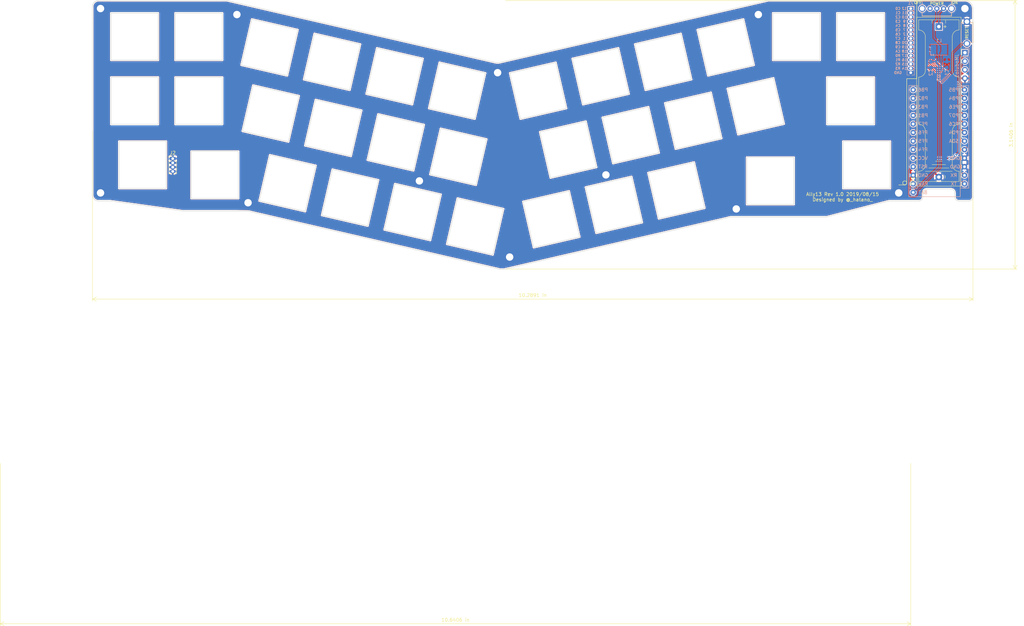
<source format=kicad_pcb>
(kicad_pcb (version 20171130) (host pcbnew "(5.1.2)-2")
  (layers (0 F.Cu signal) (31 B.Cu signal) (34 B.Paste user) (35 F.Paste user) (36 B.SilkS user) (37 F.SilkS user) (38 B.Mask user) (39 F.Mask user) (44 Edge.Cuts user))
  (net 0 "")
  (net 1 R1)
  (net 2 R2)
  (net 3 C1)
  (net 4 C2)
  (net 5 C3)
  (net 6 C4)
  (net 7 C5)
  (net 8 R0)
  (net 9 R3)
  (net 10 C6)
  (net 11 C7)
  (net 12 C8)
  (net 13 C9)
  (net 14 C10)
  (net 15 C0)
  (net 16 GND)
  (net 17 BAT)
  (net 18 RST)
  (net 19 "Net-(BT1-Pad1)")
  (net 20 "Net-(L1-Pad1)")
  (net 21 cell)
  (net 22 SCL)
  (net 23 SDA)
  (net 24 VCC)
  (module cscslib:CPG1511_1350_hole (layer F.Cu) (at 159.057535 65.705349 13)
    (fp_text reference SW20 hide)
    (fp_text value SW_Push hide)
    (fp_line (start -7 -7) (end 7 -7) (layer Edge.Cuts) (width 0.15))
    (fp_line (start 7 -7) (end 7 7) (layer Edge.Cuts) (width 0.15))
    (fp_line (start -7 7) (end 7 7) (layer Edge.Cuts) (width 0.15))
    (fp_line (start -7 -7) (end -7 7) (layer Edge.Cuts) (width 0.15))
  )
  (module cscslib:CPG1511_1350_hole (layer F.Cu) (at 112.882737 84.267198 347)
    (fp_text reference SW29 hide)
    (fp_text value SW_Push hide)
    (fp_line (start -7 -7) (end 7 -7) (layer Edge.Cuts) (width 0.15))
    (fp_line (start 7 -7) (end 7 7) (layer Edge.Cuts) (width 0.15))
    (fp_line (start -7 7) (end 7 7) (layer Edge.Cuts) (width 0.15))
    (fp_line (start -7 -7) (end -7 7) (layer Edge.Cuts) (width 0.15))
  )
  (module cscslib:CPG1511_1350_hole (layer F.Cu) (at 126.448693 67.84779 347)
    (fp_text reference SW18 hide)
    (fp_text value SW_Push hide)
    (fp_line (start -7 -7) (end 7 -7) (layer Edge.Cuts) (width 0.15))
    (fp_line (start 7 -7) (end 7 7) (layer Edge.Cuts) (width 0.15))
    (fp_line (start -7 7) (end 7 7) (layer Edge.Cuts) (width 0.15))
    (fp_line (start -7 -7) (end -7 7) (layer Edge.Cuts) (width 0.15))
  )
  (module cscslib:CPG1511_1350_hole (layer F.Cu) (at 172.623723 82.124457 13)
    (fp_text reference SW32 hide)
    (fp_text value SW_Push hide)
    (fp_line (start -7 -7) (end 7 -7) (layer Edge.Cuts) (width 0.15))
    (fp_line (start 7 -7) (end 7 7) (layer Edge.Cuts) (width 0.15))
    (fp_line (start -7 7) (end 7 7) (layer Edge.Cuts) (width 0.15))
    (fp_line (start -7 -7) (end -7 7) (layer Edge.Cuts) (width 0.15))
  )
  (module cscslib:HOLE_M2 (layer F.Cu) (at 215.503306 25.598459)
    (fp_text reference H6 hide)
    (fp_text value MountingHole hide)
    (pad "" thru_hole circle (at 0 0) (size 2.4 2.4) (drill 2.2) (layers *.Cu *.Mask) (net 16 GND) (clearance 0.8))
  )
  (module cscslib:HOLE_M2 (layer F.Cu) (at 138.112616 42.862536)
    (fp_text reference H5 hide)
    (fp_text value MountingHole hide)
    (pad "" thru_hole circle (at 0 0) (size 2.4 2.4) (drill 2.2) (layers *.Cu *.Mask) (net 16 GND) (clearance 0.8))
  )
  (module cscslib:HOLE_M2 (layer F.Cu) (at 141.684494 97.631332)
    (fp_text reference H10 hide)
    (fp_text value MountingHole hide)
    (pad "" thru_hole circle (at 0 0) (size 2.4 2.4) (drill 2.2) (layers *.Cu *.Mask) (net 16 GND) (clearance 0.8))
  )
  (module cscslib:HOLE_M2 (layer F.Cu) (at 60.721926 25.598459)
    (fp_text reference H4 hide)
    (fp_text value MountingHole hide)
    (pad "" thru_hole circle (at 0 0) (size 2.4 2.4) (drill 2.2) (layers *.Cu *.Mask) (net 16 GND) (clearance 0.8))
  )
  (module cscslib:HOLE_M2 (layer F.Cu) (at 170.259518 73.223499)
    (fp_text reference H2 hide)
    (fp_text value MountingHole hide)
    (pad "" thru_hole circle (at 0 0) (size 2.4 2.4) (drill 2.2) (layers *.Cu *.Mask) (net 16 GND) (clearance 0.8))
  )
  (module cscslib:HOLE_M2 (layer F.Cu) (at 114.895409 75.009438)
    (fp_text reference H1 hide)
    (fp_text value MountingHole hide)
    (pad "" thru_hole circle (at 0 0) (size 2.4 2.4) (drill 2.2) (layers *.Cu *.Mask) (net 16 GND) (clearance 0.8))
  )
  (module cscslib:CPG1511_1350_hole (layer F.Cu) (at 247.650208 70.246934)
    (fp_text reference SW35 hide)
    (fp_text value SW_Push hide)
    (fp_line (start -7 -7) (end 7 -7) (layer Edge.Cuts) (width 0.15))
    (fp_line (start 7 -7) (end 7 7) (layer Edge.Cuts) (width 0.15))
    (fp_line (start -7 7) (end 7 7) (layer Edge.Cuts) (width 0.15))
    (fp_line (start -7 -7) (end -7 7) (layer Edge.Cuts) (width 0.15))
  )
  (module cscslib:CPG1511_1350_hole (layer F.Cu) (at 32.742215 70.246934)
    (fp_text reference SW25 hide)
    (fp_text value SW_Push hide)
    (fp_line (start -7 -7) (end 7 -7) (layer Edge.Cuts) (width 0.15))
    (fp_line (start 7 -7) (end 7 7) (layer Edge.Cuts) (width 0.15))
    (fp_line (start -7 7) (end 7 7) (layer Edge.Cuts) (width 0.15))
    (fp_line (start -7 -7) (end -7 7) (layer Edge.Cuts) (width 0.15))
  )
  (module cscslib:CPG1511_1350_hole (layer F.Cu) (at 219.075184 75.009438)
    (fp_text reference SW34 hide)
    (fp_text value SW_Push hide)
    (fp_line (start -7 -7) (end 7 -7) (layer Edge.Cuts) (width 0.15))
    (fp_line (start 7 -7) (end 7 7) (layer Edge.Cuts) (width 0.15))
    (fp_line (start -7 7) (end 7 7) (layer Edge.Cuts) (width 0.15))
    (fp_line (start -7 -7) (end -7 7) (layer Edge.Cuts) (width 0.15))
  )
  (module cscslib:CPG1511_1350_hole (layer F.Cu) (at 242.887704 51.196918)
    (fp_text reference SW24 hide)
    (fp_text value SW_Push hide)
    (fp_line (start -7 -7) (end 7 -7) (layer Edge.Cuts) (width 0.15))
    (fp_line (start 7 -7) (end 7 7) (layer Edge.Cuts) (width 0.15))
    (fp_line (start -7 7) (end 7 7) (layer Edge.Cuts) (width 0.15))
    (fp_line (start -7 -7) (end -7 7) (layer Edge.Cuts) (width 0.15))
  )
  (module cscslib:CPG1511_1350_hole (layer F.Cu) (at 245.864269 32.146902)
    (fp_text reference SW12 hide)
    (fp_text value SW_Push hide)
    (fp_line (start -7 -7) (end 7 -7) (layer Edge.Cuts) (width 0.15))
    (fp_line (start 7 -7) (end 7 7) (layer Edge.Cuts) (width 0.15))
    (fp_line (start -7 7) (end 7 7) (layer Edge.Cuts) (width 0.15))
    (fp_line (start -7 -7) (end -7 7) (layer Edge.Cuts) (width 0.15))
  )
  (module cscslib:CPG1511_1350_hole (layer F.Cu) (at 154.061673 86.409681 13)
    (fp_text reference SW31 hide)
    (fp_text value SW_Push hide)
    (fp_line (start -7 -7) (end 7 -7) (layer Edge.Cuts) (width 0.15))
    (fp_line (start 7 -7) (end 7 7) (layer Edge.Cuts) (width 0.15))
    (fp_line (start -7 7) (end 7 7) (layer Edge.Cuts) (width 0.15))
    (fp_line (start -7 -7) (end -7 7) (layer Edge.Cuts) (width 0.15))
  )
  (module cscslib:CPG1511_1350_hole (layer F.Cu) (at 131.444246 88.552181 347)
    (fp_text reference SW30 hide)
    (fp_text value SW_Push hide)
    (fp_line (start -7 -7) (end 7 -7) (layer Edge.Cuts) (width 0.15))
    (fp_line (start 7 -7) (end 7 7) (layer Edge.Cuts) (width 0.15))
    (fp_line (start -7 7) (end 7 7) (layer Edge.Cuts) (width 0.15))
    (fp_line (start -7 -7) (end -7 7) (layer Edge.Cuts) (width 0.15))
  )
  (module cscslib:CPG1511_1350_hole (layer F.Cu) (at 94.320972 79.981877 347)
    (fp_text reference SW28 hide)
    (fp_text value SW_Push hide)
    (fp_line (start -7 -7) (end 7 -7) (layer Edge.Cuts) (width 0.15))
    (fp_line (start 7 -7) (end 7 7) (layer Edge.Cuts) (width 0.15))
    (fp_line (start -7 7) (end 7 7) (layer Edge.Cuts) (width 0.15))
    (fp_line (start -7 -7) (end -7 7) (layer Edge.Cuts) (width 0.15))
  )
  (module cscslib:CPG1511_1350_hole (layer F.Cu) (at 75.759207 75.696555 347)
    (fp_text reference SW27 hide)
    (fp_text value SW_Push hide)
    (fp_line (start -7 -7) (end 7 -7) (layer Edge.Cuts) (width 0.15))
    (fp_line (start 7 -7) (end 7 7) (layer Edge.Cuts) (width 0.15))
    (fp_line (start -7 7) (end 7 7) (layer Edge.Cuts) (width 0.15))
    (fp_line (start -7 -7) (end -7 7) (layer Edge.Cuts) (width 0.15))
  )
  (module cscslib:CPG1511_1350_hole (layer F.Cu) (at 107.887176 63.562772 347)
    (fp_text reference SW17 hide)
    (fp_text value SW_Push hide)
    (fp_line (start -7 -7) (end 7 -7) (layer Edge.Cuts) (width 0.15))
    (fp_line (start 7 -7) (end 7 7) (layer Edge.Cuts) (width 0.15))
    (fp_line (start -7 7) (end 7 7) (layer Edge.Cuts) (width 0.15))
    (fp_line (start -7 -7) (end -7 7) (layer Edge.Cuts) (width 0.15))
  )
  (module cscslib:CPG1511_1350_hole (layer F.Cu) (at 89.325411 59.277451 347)
    (fp_text reference SW16 hide)
    (fp_text value SW_Push hide)
    (fp_line (start -7 -7) (end 7 -7) (layer Edge.Cuts) (width 0.15))
    (fp_line (start 7 -7) (end 7 7) (layer Edge.Cuts) (width 0.15))
    (fp_line (start -7 7) (end 7 7) (layer Edge.Cuts) (width 0.15))
    (fp_line (start -7 -7) (end -7 7) (layer Edge.Cuts) (width 0.15))
  )
  (module cscslib:CPG1511_1350_hole (layer F.Cu) (at 70.763645 54.99213 347)
    (fp_text reference SW15 hide)
    (fp_text value SW_Push hide)
    (fp_line (start -7 -7) (end 7 -7) (layer Edge.Cuts) (width 0.15))
    (fp_line (start 7 -7) (end 7 7) (layer Edge.Cuts) (width 0.15))
    (fp_line (start -7 7) (end 7 7) (layer Edge.Cuts) (width 0.15))
    (fp_line (start -7 -7) (end -7 7) (layer Edge.Cuts) (width 0.15))
  )
  (module cscslib:CPG1511_1350_hole (layer F.Cu) (at 126.093821 48.214997 347)
    (fp_text reference SW6 hide)
    (fp_text value SW_Push hide)
    (fp_line (start -7 -7) (end 7 -7) (layer Edge.Cuts) (width 0.15))
    (fp_line (start 7 -7) (end 7 7) (layer Edge.Cuts) (width 0.15))
    (fp_line (start -7 7) (end 7 7) (layer Edge.Cuts) (width 0.15))
    (fp_line (start -7 -7) (end -7 7) (layer Edge.Cuts) (width 0.15))
  )
  (module cscslib:CPG1511_1350_hole (layer F.Cu) (at 107.532055 43.929676 347)
    (fp_text reference SW5 hide)
    (fp_text value SW_Push hide)
    (fp_line (start -7 -7) (end 7 -7) (layer Edge.Cuts) (width 0.15))
    (fp_line (start 7 -7) (end 7 7) (layer Edge.Cuts) (width 0.15))
    (fp_line (start -7 7) (end 7 7) (layer Edge.Cuts) (width 0.15))
    (fp_line (start -7 -7) (end -7 7) (layer Edge.Cuts) (width 0.15))
  )
  (module cscslib:CPG1511_1350_hole (layer F.Cu) (at 88.970291 39.644355 347)
    (fp_text reference SW4 hide)
    (fp_text value SW_Push hide)
    (fp_line (start -7 -7) (end 7 -7) (layer Edge.Cuts) (width 0.15))
    (fp_line (start 7 -7) (end 7 7) (layer Edge.Cuts) (width 0.15))
    (fp_line (start -7 7) (end 7 7) (layer Edge.Cuts) (width 0.15))
    (fp_line (start -7 -7) (end -7 7) (layer Edge.Cuts) (width 0.15))
  )
  (module cscslib:CPG1511_1350_hole (layer F.Cu) (at 70.408525 35.359034 347)
    (fp_text reference SW3 hide)
    (fp_text value SW_Push hide)
    (fp_line (start -7 -7) (end 7 -7) (layer Edge.Cuts) (width 0.15))
    (fp_line (start 7 -7) (end 7 7) (layer Edge.Cuts) (width 0.15))
    (fp_line (start -7 7) (end 7 7) (layer Edge.Cuts) (width 0.15))
    (fp_line (start -7 -7) (end -7 7) (layer Edge.Cuts) (width 0.15))
  )
  (module cscslib:CPG1511_1350_hole (layer F.Cu) (at 187.255136 39.64431 13)
    (fp_text reference SW9 hide)
    (fp_text value SW_Push hide)
    (fp_line (start -7 -7) (end 7 -7) (layer Edge.Cuts) (width 0.15))
    (fp_line (start 7 -7) (end 7 7) (layer Edge.Cuts) (width 0.15))
    (fp_line (start -7 7) (end 7 7) (layer Edge.Cuts) (width 0.15))
    (fp_line (start -7 -7) (end -7 7) (layer Edge.Cuts) (width 0.15))
  )
  (module cscslib:CPG1511_1350_hole (layer F.Cu) (at 191.185457 77.839143 13)
    (fp_text reference SW33 hide)
    (fp_text value SW_Push hide)
    (fp_line (start -7 -7) (end 7 -7) (layer Edge.Cuts) (width 0.15))
    (fp_line (start 7 -7) (end 7 7) (layer Edge.Cuts) (width 0.15))
    (fp_line (start -7 7) (end 7 7) (layer Edge.Cuts) (width 0.15))
    (fp_line (start -7 -7) (end -7 7) (layer Edge.Cuts) (width 0.15))
  )
  (module cscslib:CPG1511_1350_hole (layer F.Cu) (at 214.742737 52.849407 13)
    (fp_text reference SW23 hide)
    (fp_text value SW_Push hide)
    (fp_line (start -7 -7) (end 7 -7) (layer Edge.Cuts) (width 0.15))
    (fp_line (start 7 -7) (end 7 7) (layer Edge.Cuts) (width 0.15))
    (fp_line (start -7 7) (end 7 7) (layer Edge.Cuts) (width 0.15))
    (fp_line (start -7 -7) (end -7 7) (layer Edge.Cuts) (width 0.15))
  )
  (module cscslib:CPG1511_1350_hole (layer F.Cu) (at 196.181006 57.134733 13)
    (fp_text reference SW22 hide)
    (fp_text value SW_Push hide)
    (fp_line (start -7 -7) (end 7 -7) (layer Edge.Cuts) (width 0.15))
    (fp_line (start 7 -7) (end 7 7) (layer Edge.Cuts) (width 0.15))
    (fp_line (start -7 7) (end 7 7) (layer Edge.Cuts) (width 0.15))
    (fp_line (start -7 -7) (end -7 7) (layer Edge.Cuts) (width 0.15))
  )
  (module cscslib:CPG1511_1350_hole (layer F.Cu) (at 177.619272 61.420047 13)
    (fp_text reference SW21 hide)
    (fp_text value SW_Push hide)
    (fp_line (start -7 -7) (end 7 -7) (layer Edge.Cuts) (width 0.15))
    (fp_line (start 7 -7) (end 7 7) (layer Edge.Cuts) (width 0.15))
    (fp_line (start -7 7) (end 7 7) (layer Edge.Cuts) (width 0.15))
    (fp_line (start -7 -7) (end -7 7) (layer Edge.Cuts) (width 0.15))
  )
  (module cscslib:CPG1511_1350_hole (layer F.Cu) (at 205.816902 35.358989 13)
    (fp_text reference SW10 hide)
    (fp_text value SW_Push hide)
    (fp_line (start -7 -7) (end 7 -7) (layer Edge.Cuts) (width 0.15))
    (fp_line (start 7 -7) (end 7 7) (layer Edge.Cuts) (width 0.15))
    (fp_line (start -7 7) (end 7 7) (layer Edge.Cuts) (width 0.15))
    (fp_line (start -7 -7) (end -7 7) (layer Edge.Cuts) (width 0.15))
  )
  (module cscslib:CPG1511_1350_hole (layer F.Cu) (at 168.693371 43.929631 13)
    (fp_text reference SW8 hide)
    (fp_text value SW_Push hide)
    (fp_line (start -7 -7) (end 7 -7) (layer Edge.Cuts) (width 0.15))
    (fp_line (start 7 -7) (end 7 7) (layer Edge.Cuts) (width 0.15))
    (fp_line (start -7 7) (end 7 7) (layer Edge.Cuts) (width 0.15))
    (fp_line (start -7 -7) (end -7 7) (layer Edge.Cuts) (width 0.15))
  )
  (module cscslib:CPG1511_1350_hole (layer F.Cu) (at 150.131606 48.214952 13)
    (fp_text reference SW7 hide)
    (fp_text value SW_Push hide)
    (fp_line (start -7 -7) (end 7 -7) (layer Edge.Cuts) (width 0.15))
    (fp_line (start 7 -7) (end 7 7) (layer Edge.Cuts) (width 0.15))
    (fp_line (start -7 7) (end 7 7) (layer Edge.Cuts) (width 0.15))
    (fp_line (start -7 -7) (end -7 7) (layer Edge.Cuts) (width 0.15))
  )
  (module cscslib:CPG1511_1350_hole (layer F.Cu) (at 226.814253 32.146902)
    (fp_text reference SW11 hide)
    (fp_text value SW_Push hide)
    (fp_line (start -7 -7) (end 7 -7) (layer Edge.Cuts) (width 0.15))
    (fp_line (start 7 -7) (end 7 7) (layer Edge.Cuts) (width 0.15))
    (fp_line (start -7 7) (end 7 7) (layer Edge.Cuts) (width 0.15))
    (fp_line (start -7 -7) (end -7 7) (layer Edge.Cuts) (width 0.15))
  )
  (module cscslib:CPG1511_1350_hole (layer F.Cu) (at 30.360963 51.196918)
    (fp_text reference SW13 hide)
    (fp_text value SW_Push hide)
    (fp_line (start -7 -7) (end 7 -7) (layer Edge.Cuts) (width 0.15))
    (fp_line (start 7 -7) (end 7 7) (layer Edge.Cuts) (width 0.15))
    (fp_line (start -7 7) (end 7 7) (layer Edge.Cuts) (width 0.15))
    (fp_line (start -7 -7) (end -7 7) (layer Edge.Cuts) (width 0.15))
  )
  (module cscslib:CPG1511_1350_hole (layer F.Cu) (at 54.173483 73.223499)
    (fp_text reference SW26 hide)
    (fp_text value SW_Push hide)
    (fp_line (start -7 -7) (end 7 -7) (layer Edge.Cuts) (width 0.15))
    (fp_line (start 7 -7) (end 7 7) (layer Edge.Cuts) (width 0.15))
    (fp_line (start -7 7) (end 7 7) (layer Edge.Cuts) (width 0.15))
    (fp_line (start -7 -7) (end -7 7) (layer Edge.Cuts) (width 0.15))
  )
  (module cscslib:CPG1511_1350_hole (layer F.Cu) (at 49.410979 51.196918)
    (fp_text reference SW14 hide)
    (fp_text value SW_Push hide)
    (fp_line (start -7 -7) (end 7 -7) (layer Edge.Cuts) (width 0.15))
    (fp_line (start 7 -7) (end 7 7) (layer Edge.Cuts) (width 0.15))
    (fp_line (start -7 7) (end 7 7) (layer Edge.Cuts) (width 0.15))
    (fp_line (start -7 -7) (end -7 7) (layer Edge.Cuts) (width 0.15))
  )
  (module cscslib:CPG1511_1350_hole (layer F.Cu) (at 49.410979 32.146902)
    (fp_text reference SW2 hide)
    (fp_text value SW_Push hide)
    (fp_line (start -7 -7) (end 7 -7) (layer Edge.Cuts) (width 0.15))
    (fp_line (start 7 -7) (end 7 7) (layer Edge.Cuts) (width 0.15))
    (fp_line (start -7 7) (end 7 7) (layer Edge.Cuts) (width 0.15))
    (fp_line (start -7 -7) (end -7 7) (layer Edge.Cuts) (width 0.15))
  )
  (module cscslib:CPG1511_1350_hole (layer F.Cu) (at 30.360963 32.146902)
    (fp_text reference SW1 hide)
    (fp_text value SW_Push hide)
    (fp_line (start -7 -7) (end 7 -7) (layer Edge.Cuts) (width 0.15))
    (fp_line (start 7 -7) (end 7 7) (layer Edge.Cuts) (width 0.15))
    (fp_line (start -7 7) (end 7 7) (layer Edge.Cuts) (width 0.15))
    (fp_line (start -7 -7) (end -7 7) (layer Edge.Cuts) (width 0.15))
  )
  (module cscslib:HOLE_M2 (layer F.Cu) (at 20.240642 23.81252)
    (fp_text reference H3 hide)
    (fp_text value MountingHole hide)
    (pad "" thru_hole circle (at 0 0) (size 2.4 2.4) (drill 2.2) (layers *.Cu *.Mask) (net 16 GND) (clearance 0.8))
  )
  (module cscslib:PinHeader_1x04_P1.27mm_Conthrough (layer F.Cu) (at 41.67191 68.381621)
    (fp_text reference J2 (at 0 -1.695) (layer F.SilkS))
    (fp_text value Conn_01x04)
    (pad 4 thru_hole oval (at 0 3.81) (size 1.6 1) (drill 0.8) (layers *.Cu *.Mask) (net 16 GND))
    (pad 3 thru_hole oval (at 0 2.54) (size 1.6 1) (drill 0.8) (layers *.Cu *.Mask) (net 16 GND))
    (pad 2 thru_hole oval (at 0 1.27) (size 1.6 1) (drill 0.8) (layers *.Cu *.Mask) (net 16 GND))
    (pad 1 thru_hole rect (at 0 0) (size 1.6 1) (drill 0.8) (layers *.Cu *.Mask) (net 16 GND))
  )
  (module cscslib:HOLE_M2 (layer F.Cu) (at 20.240642 78.581316)
    (fp_text reference H12 hide)
    (fp_text value MountingHole hide)
    (pad "" thru_hole circle (at 0 0) (size 2.4 2.4) (drill 2.2) (layers *.Cu *.Mask) (net 16 GND) (clearance 0.8))
  )
  (module cscslib:HOLE_M2 (layer F.Cu) (at 64.03327 81.497732)
    (fp_text reference H11 hide)
    (fp_text value MountingHole hide)
    (pad "" thru_hole circle (at 0 0) (size 2.4 2.4) (drill 2.2) (layers *.Cu *.Mask) (net 16 GND) (clearance 0.8))
  )
  (module cscslib:HOLE_M2 (layer F.Cu) (at 208.954863 83.34382)
    (fp_text reference H9 hide)
    (fp_text value MountingHole hide)
    (pad "" thru_hole circle (at 0 0) (size 2.4 2.4) (drill 2.2) (layers *.Cu *.Mask) (net 16 GND) (clearance 0.8))
  )
  (module Connector_PinHeader_2.54mm:PinHeader_1x04_P2.54mm_Vertical (layer B.Cu) (at 276.820545 36.909406 180)
    (fp_text reference JModulo1 (at 2.381252 -3.939249 270) (layer B.SilkS) (effects (justify mirror)))
    (fp_text value Conn_01x04)
    (pad 1 thru_hole rect (at 0 0 180) (size 1.7 1.7) (drill 1) (layers *.Cu *.Mask) (net 24 VCC))
    (pad 2 thru_hole oval (at 0 -2.54 180) (size 1.7 1.7) (drill 1) (layers *.Cu *.Mask) (net 23 SDA))
    (pad 3 thru_hole oval (at 0 -5.08 180) (size 1.7 1.7) (drill 1) (layers *.Cu *.Mask) (net 22 SCL))
    (pad 4 thru_hole oval (at 0 -7.62 180) (size 1.7 1.7) (drill 1) (layers *.Cu *.Mask) (net 16 GND))
  )
  (module cscslib:HOLE_M2 (layer F.Cu) (at 257.174789 78.58124)
    (fp_text reference H8 hide)
    (fp_text value MountingHole hide)
    (pad "" thru_hole circle (at 0 0) (size 2.4 2.4) (drill 2.2) (layers *.Cu *.Mask) (net 16 GND) (clearance 0.8))
  )
  (module cscslib:HOLE_M2 (layer F.Cu) (at 276.820545 23.812536)
    (fp_text reference H7 hide)
    (fp_text value MountingHole hide)
    (pad "" thru_hole circle (at 0 0) (size 2.4 2.4) (drill 2.2) (layers *.Cu *.Mask) (net 16 GND) (clearance 0.8))
  )
  (module cscslib:PinHeader_1x16_P1.27mm_Conthrough (layer B.Cu) (at 260.743389 23.812201 180)
    (fp_text reference J1 (at 0 1.695) (layer B.SilkS) (effects (justify mirror)))
    (fp_text value Conn_01x16)
    (pad 1 thru_hole rect (at 0 0 180) (size 1.6 1) (drill 0.8) (layers *.Cu *.Mask) (net 15 C0))
    (pad 2 thru_hole oval (at 0 -1.27 180) (size 1.6 1) (drill 0.8) (layers *.Cu *.Mask) (net 3 C1))
    (pad 3 thru_hole oval (at 0 -2.54 180) (size 1.6 1) (drill 0.8) (layers *.Cu *.Mask) (net 4 C2))
    (pad 4 thru_hole oval (at 0 -3.81 180) (size 1.6 1) (drill 0.8) (layers *.Cu *.Mask) (net 5 C3))
    (pad 5 thru_hole oval (at 0 -5.08 180) (size 1.6 1) (drill 0.8) (layers *.Cu *.Mask) (net 6 C4))
    (pad 6 thru_hole oval (at 0 -6.35 180) (size 1.6 1) (drill 0.8) (layers *.Cu *.Mask) (net 7 C5))
    (pad 7 thru_hole oval (at 0 -7.62 180) (size 1.6 1) (drill 0.8) (layers *.Cu *.Mask) (net 10 C6))
    (pad 8 thru_hole oval (at 0 -8.89 180) (size 1.6 1) (drill 0.8) (layers *.Cu *.Mask) (net 11 C7))
    (pad 9 thru_hole oval (at 0 -10.16 180) (size 1.6 1) (drill 0.8) (layers *.Cu *.Mask) (net 12 C8))
    (pad 10 thru_hole oval (at 0 -11.43 180) (size 1.6 1) (drill 0.8) (layers *.Cu *.Mask) (net 13 C9))
    (pad 11 thru_hole oval (at 0 -12.7 180) (size 1.6 1) (drill 0.8) (layers *.Cu *.Mask) (net 14 C10))
    (pad 12 thru_hole oval (at 0 -13.97 180) (size 1.6 1) (drill 0.8) (layers *.Cu *.Mask) (net 8 R0))
    (pad 13 thru_hole oval (at 0 -15.24 180) (size 1.6 1) (drill 0.8) (layers *.Cu *.Mask) (net 1 R1))
    (pad 14 thru_hole oval (at 0 -16.51 180) (size 1.6 1) (drill 0.8) (layers *.Cu *.Mask) (net 2 R2))
    (pad 15 thru_hole oval (at 0 -17.78 180) (size 1.6 1) (drill 0.8) (layers *.Cu *.Mask) (net 9 R3))
    (pad 16 thru_hole oval (at 0 -19.05 180) (size 1.6 1) (drill 0.8) (layers *.Cu *.Mask) (net 16 GND))
  )
  (module cscslib:BatteryHolder_Keystone_2466_1xAAA (layer F.Cu) (at 269.080459 29.170344 270)
    (fp_text reference BT1 (at 45.839101 7.739069 270) (layer F.SilkS))
    (fp_text value Battery_Cell)
    (fp_text user + (at 0.000024 -1.786571 90) (layer F.SilkS))
    (fp_text user - (at 44.648499 -1.786571 90) (layer F.SilkS))
    (pad 2 thru_hole circle (at 44.7 0 270) (size 2 2) (drill 1.02) (layers *.Cu *.Mask) (net 16 GND))
    (pad 1 thru_hole rect (at 0 0 270) (size 2 2) (drill 1.02) (layers *.Cu *.Mask) (net 19 "Net-(BT1-Pad1)"))
  )
  (module cscslib:BLEMicroPro-2N (layer B.Cu) (at 269.081029 61.912504)
    (fp_text reference U1 hide)
    (fp_text value BLE-Micro-Pro-2 hide)
    (fp_text user BAT (at -4.699 16.51 180) (layer B.SilkS) (effects (justify mirror)))
    (fp_text user TX (at 4.445 13.97 180) (layer B.SilkS) (effects (justify mirror)))
    (fp_text user RX (at 4.445 11.43 180) (layer B.SilkS) (effects (justify mirror)))
    (fp_text user GND (at 4.826 8.89) (layer B.SilkS) (effects (justify mirror)))
    (fp_text user GND (at 4.826 6.35) (layer B.SilkS) (effects (justify mirror)))
    (fp_text user SDA (at 4.445 1.27 180) (layer B.SilkS) (effects (justify mirror)))
    (fp_text user PD4 (at 4.445 -1.27 180) (layer B.SilkS) (effects (justify mirror)))
    (fp_text user PC6 (at 4.445 -3.81 180) (layer B.SilkS) (effects (justify mirror)))
    (fp_text user PD7 (at 4.445 -6.35 180) (layer B.SilkS) (effects (justify mirror)))
    (fp_text user PE6 (at 4.445 -8.89 180) (layer B.SilkS) (effects (justify mirror)))
    (fp_text user PB4 (at 4.445 -11.43 180) (layer B.SilkS) (effects (justify mirror)))
    (fp_text user PB5 (at 4.445 -13.97 180) (layer B.SilkS) (effects (justify mirror)))
    (fp_text user RAW (at -4.699 13.97 180) (layer B.SilkS) (effects (justify mirror)))
    (fp_text user GND (at -4.699 11.43 180) (layer B.SilkS) (effects (justify mirror)))
    (fp_text user VCC (at -4.699 6.35 180) (layer B.SilkS) (effects (justify mirror)))
    (fp_text user PF4 (at -4.699 3.81 180) (layer B.SilkS) (effects (justify mirror)))
    (fp_text user PF5 (at -4.699 1.27 180) (layer B.SilkS) (effects (justify mirror)))
    (fp_text user PF6 (at -4.699 -1.27 180) (layer B.SilkS) (effects (justify mirror)))
    (fp_text user PB1 (at -4.699 -6.35 180) (layer B.SilkS) (effects (justify mirror)))
    (fp_text user PB3 (at -4.699 -8.89 180) (layer B.SilkS) (effects (justify mirror)))
    (fp_text user PB2 (at -4.699 -11.43 180) (layer B.SilkS) (effects (justify mirror)))
    (fp_text user PB6 (at -4.699 -13.97 180) (layer B.SilkS) (effects (justify mirror)))
    (fp_text user RST (at -4.699 8.89 180) (layer B.SilkS) (effects (justify mirror)))
    (fp_text user PF7 (at -4.699 -3.81 180) (layer B.SilkS) (effects (justify mirror)))
    (pad 25 thru_hole circle (at -7.62 16.51 180) (size 1.6 1.6) (drill 0.8) (layers *.Cu *.Mask) (net 17 BAT))
    (pad 24 thru_hole circle (at -7.62 13.97 180) (size 1.6 1.6) (drill 0.8) (layers *.Cu *.Mask))
    (pad 23 thru_hole circle (at -7.62 11.43 180) (size 1.6 1.6) (drill 0.8) (layers *.Cu *.Mask) (net 16 GND))
    (pad 22 thru_hole circle (at -7.62 8.89 180) (size 1.6 1.6) (drill 0.8) (layers *.Cu *.Mask) (net 18 RST))
    (pad 21 thru_hole circle (at -7.62 6.35 180) (size 1.6 1.6) (drill 0.8) (layers *.Cu *.Mask) (net 24 VCC))
    (pad 20 thru_hole circle (at -7.62 3.81 180) (size 1.6 1.6) (drill 0.8) (layers *.Cu *.Mask) (net 12 C8))
    (pad 19 thru_hole circle (at -7.62 1.27 180) (size 1.6 1.6) (drill 0.8) (layers *.Cu *.Mask) (net 13 C9))
    (pad 18 thru_hole circle (at -7.62 -1.27 180) (size 1.6 1.6) (drill 0.8) (layers *.Cu *.Mask) (net 14 C10))
    (pad 17 thru_hole circle (at -7.62 -3.81 180) (size 1.6 1.6) (drill 0.8) (layers *.Cu *.Mask) (net 8 R0))
    (pad 16 thru_hole circle (at -7.62 -6.35 180) (size 1.6 1.6) (drill 0.8) (layers *.Cu *.Mask) (net 1 R1))
    (pad 15 thru_hole circle (at -7.62 -8.89 180) (size 1.6 1.6) (drill 0.8) (layers *.Cu *.Mask) (net 2 R2))
    (pad 14 thru_hole circle (at -7.62 -11.43 180) (size 1.6 1.6) (drill 0.8) (layers *.Cu *.Mask) (net 9 R3))
    (pad 13 thru_hole circle (at -7.62 -13.97 180) (size 1.6 1.6) (drill 0.8) (layers *.Cu *.Mask))
    (pad 12 thru_hole circle (at 7.62 -13.97 180) (size 1.6 1.6) (drill 0.8) (layers *.Cu *.Mask) (net 15 C0))
    (pad 11 thru_hole circle (at 7.62 -11.43 180) (size 1.6 1.6) (drill 0.8) (layers *.Cu *.Mask) (net 3 C1))
    (pad 10 thru_hole circle (at 7.62 -8.89 180) (size 1.6 1.6) (drill 0.8) (layers *.Cu *.Mask) (net 4 C2))
    (pad 9 thru_hole circle (at 7.62 -6.35 180) (size 1.6 1.6) (drill 0.8) (layers *.Cu *.Mask) (net 5 C3))
    (pad 8 thru_hole circle (at 7.62 -3.81 180) (size 1.6 1.6) (drill 0.8) (layers *.Cu *.Mask) (net 6 C4))
    (pad 7 thru_hole circle (at 7.62 -1.27 180) (size 1.6 1.6) (drill 0.8) (layers *.Cu *.Mask) (net 7 C5))
    (pad 6 thru_hole circle (at 7.62 1.27 180) (size 1.6 1.6) (drill 0.8) (layers *.Cu *.Mask) (net 23 SDA))
    (pad 5 thru_hole circle (at 7.62 3.81 180) (size 1.6 1.6) (drill 0.8) (layers *.Cu *.Mask) (net 22 SCL))
    (pad 4 thru_hole circle (at 7.62 6.35 180) (size 1.6 1.6) (drill 0.8) (layers *.Cu *.Mask) (net 16 GND))
    (pad 3 thru_hole circle (at 7.62 8.89 180) (size 1.6 1.6) (drill 0.8) (layers *.Cu *.Mask) (net 16 GND))
    (pad 2 thru_hole circle (at 7.62 11.43 180) (size 1.6 1.6) (drill 0.8) (layers *.Cu *.Mask) (net 10 C6))
    (pad 1 thru_hole circle (at 7.62 13.97 180) (size 1.6 1.6) (drill 0.8) (layers *.Cu *.Mask) (net 11 C7))
  )
  (module Package_TO_SOT_SMD:SOT-363_SC-70-6_Handsoldering (layer B.Cu) (at 269.080495 40.481014 90)
    (fp_text reference U2 (at -3.96874 0 270) (layer B.SilkS) (effects (justify mirror)))
    (fp_text value TPS61221)
    (pad 6 smd rect (at 1.33 0.65 90) (size 1.5 0.4) (layers B.Cu B.Paste B.Mask) (net 21 cell))
    (pad 5 smd rect (at 1.33 0 90) (size 1.5 0.4) (layers B.Cu B.Paste B.Mask) (net 20 "Net-(L1-Pad1)"))
    (pad 4 smd rect (at 1.33 -0.65 90) (size 1.5 0.4) (layers B.Cu B.Paste B.Mask) (net 17 BAT))
    (pad 3 smd rect (at -1.33 -0.65 90) (size 1.5 0.4) (layers B.Cu B.Paste B.Mask) (net 16 GND))
    (pad 2 smd rect (at -1.33 0 90) (size 1.5 0.4) (layers B.Cu B.Paste B.Mask) (net 17 BAT))
    (pad 1 smd rect (at -1.33 0.65 90) (size 1.5 0.4) (layers B.Cu B.Paste B.Mask) (net 21 cell))
  )
  (module cscslib:SLIDE_SWITCH_SK-12D01 (layer F.Cu) (at 268.486163 23.812337)
    (fp_text reference SW39 hide)
    (fp_text value SW_PWR hide)
    (fp_text user POWER (at 0 -1.5 180) (layer F.SilkS) (effects (font (size 0.8 0.8))))
    (fp_text user ON (at 5.357777 -1.762082) (layer F.SilkS) (effects (font (size 0.8 0.8))))
    (fp_text user OFF (at -5.635666 -1.762082) (layer F.SilkS) (effects (font (size 0.8 0.8))))
    (pad "" thru_hole circle (at -4.35 0) (size 2 2) (drill 1.4) (layers *.Cu *.Mask))
    (pad "" thru_hole circle (at 4.35 0) (size 2 2) (drill 1.4) (layers *.Cu *.Mask))
    (pad 1 thru_hole circle (at 0 0) (size 1.5 1.5) (drill 0.8) (layers *.Cu *.Mask) (net 21 cell))
    (pad 3 thru_hole circle (at -2 0) (size 1.5 1.5) (drill 0.8) (layers *.Cu *.Mask))
    (pad 2 thru_hole circle (at 2 0) (size 1.5 1.5) (drill 0.8) (layers *.Cu *.Mask) (net 19 "Net-(BT1-Pad1)"))
  )
  (module cscslib:TACT_SWITCH_TVBP06 (layer B.Cu) (at 277.415858 30.956276 90)
    (fp_text reference SW38 hide)
    (fp_text value SW_RST hide)
    (fp_text user RESET (at 0 0 90) (layer F.SilkS) (effects (font (size 0.8 0.8))))
    (pad 2 thru_hole circle (at 3.25 0 90) (size 2 2) (drill 1.3) (layers *.Cu *.Mask) (net 16 GND))
    (pad 1 thru_hole circle (at -3.25 0 90) (size 2 2) (drill 1.3) (layers *.Cu *.Mask) (net 18 RST))
  )
  (module Inductor_SMD:L_Taiyo-Yuden_NR-30xx_HandSoldering (layer B.Cu) (at 269.080496 36.035938)
    (fp_text reference L1 (at 0.00098 -2.69841 180) (layer B.SilkS) (effects (justify mirror)))
    (fp_text value 4.7uH)
    (pad 2 smd rect (at 1.6 0) (size 1.8 2.9) (layers B.Cu B.Paste B.Mask) (net 21 cell))
    (pad 1 smd rect (at -1.6 0) (size 1.8 2.9) (layers B.Cu B.Paste B.Mask) (net 20 "Net-(L1-Pad1)"))
  )
  (module Capacitor_SMD:C_0603_1608Metric_Pad1.05x0.95mm_HandSolder (layer B.Cu) (at 266.699243 40.481014 270)
    (fp_text reference C2 (at 2.381522 -0.000981 90) (layer B.SilkS) (effects (justify mirror)))
    (fp_text value 10uF)
    (pad 2 smd roundrect (at 0.875 0 270) (size 1.05 0.95) (layers B.Cu B.Paste B.Mask) (net 16 GND))
    (pad 1 smd roundrect (at -0.875 0 270) (size 1.05 0.95) (layers B.Cu B.Paste B.Mask) (net 17 BAT))
  )
  (module Capacitor_SMD:C_0603_1608Metric_Pad1.05x0.95mm_HandSolder (layer B.Cu) (at 271.461747 40.481014 90)
    (fp_text reference C1 (at -2.381522 0.000981 270) (layer B.SilkS) (effects (justify mirror)))
    (fp_text value 10uF)
    (pad 2 smd roundrect (at 0.875 0 90) (size 1.05 0.95) (layers B.Cu B.Paste B.Mask) (net 16 GND))
    (pad 1 smd roundrect (at -0.875 0 90) (size 1.05 0.95) (layers B.Cu B.Paste B.Mask) (net 21 cell))
  )
  (gr_line (start 260.747094 80.962568) (end 254.198651 80.962568) (layer Edge.Cuts) (width 0.15))
  (gr_line (start 207.168924 85.725072) (end 211.931428 85.725072) (layer Edge.Cuts) (width 0.15))
  (gr_line (start 205.910772 86.047844) (end 207.168924 85.725072) (layer Edge.Cuts) (width 0.15))
  (gr_line (start 17.85939 75.604751) (end 17.85939 79.176629) (layer Edge.Cuts) (width 0.15))
  (gr_line (start 19.645329 80.962568) (end 23.217207 80.962568) (layer Edge.Cuts) (width 0.15))
  (gr_arc (start 19.645329 79.176629) (end 17.85939 79.176629) (angle -90) (layer Edge.Cuts) (width 0.15))
  (gr_arc (start 19.645329 23.217207) (end 19.645329 21.431268) (angle -90) (layer Edge.Cuts) (width 0.15))
  (gr_line (start 19.645329 21.431268) (end 23.217207 21.431268) (layer Edge.Cuts) (width 0.15))
  (gr_line (start 17.85939 26.789085) (end 17.85939 23.217207) (layer Edge.Cuts) (width 0.15))
  (dimension 79.771942 (width 0.15) (layer F.SilkS) (gr_text "79.772 mm" (at 293.00337 61.317239 90) (layer F.SilkS) (effects (font (size 1 1) (thickness 0.15)))) (feature1 (pts (xy 140.493868 21.431268) (xy 292.289791 21.431268))) (feature2 (pts (xy 140.493868 101.20321) (xy 292.289791 101.20321))) (crossbar (pts (xy 291.70337 101.20321) (xy 291.70337 21.431268))) (arrow1a (pts (xy 291.70337 21.431268) (xy 292.289791 22.557772))) (arrow1b (pts (xy 291.70337 21.431268) (xy 291.116949 22.557772))) (arrow2a (pts (xy 291.70337 101.20321) (xy 292.289791 100.076706))) (arrow2b (pts (xy 291.70337 101.20321) (xy 291.116949 100.076706))))
  (dimension 261.342407 (width 0.15) (layer F.SilkS) (gr_text "261.342 mm" (at 148.530593 111.432905) (layer F.SilkS) (effects (font (size 1 1) (thickness 0.15)))) (feature1 (pts (xy 279.201797 60.126613) (xy 279.201797 110.719326))) (feature2 (pts (xy 17.85939 60.126613) (xy 17.85939 110.719326))) (crossbar (pts (xy 17.85939 110.132905) (xy 279.201797 110.132905))) (arrow1a (pts (xy 279.201797 110.132905) (xy 278.075293 110.719326))) (arrow1b (pts (xy 279.201797 110.132905) (xy 278.075293 109.546484))) (arrow2a (pts (xy 17.85939 110.132905) (xy 18.985894 110.719326))) (arrow2b (pts (xy 17.85939 110.132905) (xy 18.985894 109.546484))))
  (gr_line (start 205.330717 86.18176) (end 205.910772 86.047844) (layer Edge.Cuts) (width 0.15))
  (gr_line (start 204.750663 86.315676) (end 205.330717 86.18176) (layer Edge.Cuts) (width 0.15))
  (gr_line (start 211.931428 85.725072) (end 235.743948 85.725072) (layer Edge.Cuts) (width 0.15))
  (gr_line (start 64.06777 83.994708) (end 60.126613 83.939133) (layer Edge.Cuts) (width 0.15))
  (gr_line (start 66.968045 84.664291) (end 64.06777 83.994708) (layer Edge.Cuts) (width 0.15))
  (gr_line (start 58.317578 21.569955) (end 57.745361 21.431268) (layer Edge.Cuts) (width 0.15))
  (gr_line (start 58.897633 21.703871) (end 58.317578 21.569955) (layer Edge.Cuts) (width 0.15))
  (gr_line (start 59.477688 21.837788) (end 58.897633 21.703871) (layer Edge.Cuts) (width 0.15))
  (gr_line (start 60.057668 21.971656) (end 59.477688 21.837788) (layer Edge.Cuts) (width 0.15))
  (gr_line (start 255.389275 21.431268) (end 261.93772 21.431288) (layer Edge.Cuts) (width 0.15))
  (gr_line (start 17.85939 26.789085) (end 17.85939 75.604751) (layer Edge.Cuts) (width 0.15))
  (gr_line (start 218.487709 21.436039) (end 219.075184 21.431268) (layer Edge.Cuts) (width 0.15))
  (gr_line (start 217.907654 21.569955) (end 218.487709 21.436039) (layer Edge.Cuts) (width 0.15))
  (gr_line (start 212.687157 22.775201) (end 217.907654 21.569955) (layer Edge.Cuts) (width 0.15))
  (gr_line (start 138.440096 39.916487) (end 137.78493 39.916408) (layer Edge.Cuts) (width 0.15))
  (gr_line (start 139.020152 39.78257) (end 138.440096 39.916487) (layer Edge.Cuts) (width 0.15))
  (gr_line (start 139.600207 39.648654) (end 139.020152 39.78257) (layer Edge.Cuts) (width 0.15))
  (gr_line (start 212.687157 22.775201) (end 139.600207 39.648654) (layer Edge.Cuts) (width 0.15))
  (gr_line (start 139.784483 101.3143) (end 138.894679 101.269729) (layer Edge.Cuts) (width 0.15))
  (gr_line (start 147.3252 99.573389) (end 139.784483 101.3143) (layer Edge.Cuts) (width 0.15))
  (gr_line (start 204.170606 86.449593) (end 204.750663 86.315676) (layer Edge.Cuts) (width 0.15))
  (gr_line (start 203.590551 86.583509) (end 204.170606 86.449593) (layer Edge.Cuts) (width 0.15))
  (gr_line (start 203.010496 86.717425) (end 203.590551 86.583509) (layer Edge.Cuts) (width 0.15))
  (gr_line (start 147.3252 99.573389) (end 203.010496 86.717425) (layer Edge.Cuts) (width 0.15))
  (gr_line (start 44.648475 83.939133) (end 23.217206 80.962567) (layer Edge.Cuts) (width 0.15))
  (gr_line (start 60.126613 83.939133) (end 44.648475 83.939133) (layer Edge.Cuts) (width 0.15))
  (gr_line (start 57.150048 21.431268) (end 57.745361 21.431268) (layer Edge.Cuts) (width 0.15))
  (gr_line (start 56.554735 21.431268) (end 57.150048 21.431268) (layer Edge.Cuts) (width 0.15))
  (gr_line (start 23.217207 21.431268) (end 56.554735 21.431268) (layer Edge.Cuts) (width 0.15))
  (gr_line (start 235.743948 85.725072) (end 254.198651 80.962568) (layer Edge.Cuts) (width 0.15))
  (gr_line (start 219.075184 21.431268) (end 255.389275 21.431268) (layer Edge.Cuts) (width 0.15))
  (gr_line (start 60.637722 22.105572) (end 60.057668 21.971656) (layer Edge.Cuts) (width 0.15))
  (gr_line (start 61.217777 22.239488) (end 60.637722 22.105572) (layer Edge.Cuts) (width 0.15))
  (gr_line (start 61.797831 22.373404) (end 61.217777 22.239488) (layer Edge.Cuts) (width 0.15))
  (gr_line (start 62.377885 22.507319) (end 61.797831 22.373404) (layer Edge.Cuts) (width 0.15))
  (gr_line (start 62.957939 22.641236) (end 62.377885 22.507319) (layer Edge.Cuts) (width 0.15))
  (gr_line (start 63.537993 22.775152) (end 62.957939 22.641236) (layer Edge.Cuts) (width 0.15))
  (gr_line (start 137.78493 39.916408) (end 63.537993 22.775152) (layer Edge.Cuts) (width 0.15))
  (gr_line (start 138.314624 101.135813) (end 138.894679 101.269729) (layer Edge.Cuts) (width 0.15))
  (gr_line (start 138.314624 101.135813) (end 66.968045 84.664291) (layer Edge.Cuts) (width 0.15))
  (gr_text "Ally13 Rev 1.0 2019/08/15\nDesigned by @_hatano_" (at 240.506452 79.771942) (layer F.SilkS) (effects (font (size 1 1))))
  (dimension 270.272102 (width 0.15) (layer F.SilkS) (gr_text "270.272 mm" (at 125.611043 207.873611) (layer F.SilkS) (effects (font (size 1 1) (thickness 0.15)))) (feature1 (pts (xy 260.747094 158.948571) (xy 260.747094 207.160032))) (feature2 (pts (xy -9.525008 158.948571) (xy -9.525008 207.160032))) (crossbar (pts (xy -9.525008 206.573611) (xy 260.747094 206.573611))) (arrow1a (pts (xy 260.747094 206.573611) (xy 259.62059 207.160032))) (arrow1b (pts (xy 260.747094 206.573611) (xy 259.62059 205.98719))) (arrow2a (pts (xy -9.525008 206.573611) (xy -8.398504 207.160032))) (arrow2b (pts (xy -9.525008 206.573611) (xy -8.398504 205.98719))))
  (gr_line (start 258.960725 76.199993) (end 257.174789 76.199992) (layer F.SilkS) (width 0.15))
  (gr_arc (start 258.960725 75.604679) (end 258.960725 76.199993) (angle -90) (layer F.SilkS) (width 0.15))
  (gr_arc (start 258.960725 75.604679) (end 259.556037 75.60468) (angle 0) (layer F.SilkS) (width 0.15))
  (gr_arc (start 276.82055 23.81252) (end 279.201797 23.81252) (angle -90) (layer Edge.Cuts) (width 0.15))
  (gr_line (start 276.820545 21.431268) (end 261.93772 21.431288) (layer Edge.Cuts) (width 0.15))
  (gr_line (start 279.201797 78.581241) (end 279.201797 23.812536) (layer Edge.Cuts) (width 0.15))
  (gr_line (start 259.556037 44.648455) (end 259.556037 75.60468) (layer F.SilkS) (width 0.15))
  (gr_line (start 262.532596 44.648457) (end 259.556037 44.648455) (layer F.SilkS) (width 0.15))
  (gr_line (start 262.532597 21.431288) (end 262.532596 44.648457) (layer F.SilkS) (width 0.15))
  (gr_text 2 (at 258.84166 31.432536) (layer B.SilkS) (effects (font (size 0.75 0.75)) (justify mirror)))
  (gr_text 1 (at 258.841661 32.702536) (layer B.SilkS) (effects (font (size 0.75 0.75)) (justify mirror)))
  (gr_text GND (at 256.936661 42.862536) (layer B.SilkS) (effects (font (size 0.75 0.75)) (justify mirror)))
  (gr_line (start 273.842326 79.771732) (end 273.84299 78.581202) (layer Edge.Cuts) (width 0.15))
  (gr_line (start 264.317903 79.771608) (end 264.317955 78.581134) (layer Edge.Cuts) (width 0.15))
  (gr_text C8 (at 256.936661 33.972537) (layer B.SilkS) (effects (font (size 0.75 0.75)) (justify mirror)))
  (gr_text C5 (at 256.936661 30.162787) (layer B.SilkS) (effects (font (size 0.75 0.75)) (justify mirror)))
  (gr_text C2 (at 256.936661 26.352536) (layer B.SilkS) (effects (font (size 0.75 0.75)) (justify mirror)))
  (gr_text C4 (at 256.936661 28.892535) (layer B.SilkS) (effects (font (size 0.75 0.75)) (justify mirror)))
  (gr_text C7 (at 256.936661 32.702536) (layer B.SilkS) (effects (font (size 0.75 0.75)) (justify mirror)))
  (gr_text C3 (at 256.936661 27.622536) (layer B.SilkS) (effects (font (size 0.75 0.75)) (justify mirror)))
  (gr_text C9 (at 256.936661 35.242537) (layer B.SilkS) (effects (font (size 0.75 0.75)) (justify mirror)))
  (gr_text C6 (at 256.936661 31.432788) (layer B.SilkS) (effects (font (size 0.75 0.75)) (justify mirror)))
  (gr_arc (start 265.50862 78.581138) (end 265.508621 77.390508) (angle -90) (layer Edge.Cuts) (width 0.15))
  (gr_arc (start 263.127273 79.771608) (end 263.127274 80.962238) (angle -90) (layer Edge.Cuts) (width 0.15))
  (gr_line (start 263.127274 80.962238) (end 260.746661 80.962488) (layer Edge.Cuts) (width 0.15))
  (gr_text 17 (at 258.841661 37.782536) (layer B.SilkS) (effects (font (size 0.75 0.75)) (justify mirror)))
  (gr_text 19 (at 258.841661 35.242789) (layer B.SilkS) (effects (font (size 0.75 0.75)) (justify mirror)))
  (gr_text 20 (at 258.841662 33.972537) (layer B.SilkS) (effects (font (size 0.75 0.75)) (justify mirror)))
  (gr_text 8 (at 258.84166 28.892788) (layer B.SilkS) (effects (font (size 0.75 0.75)) (justify mirror)))
  (gr_text 9 (at 258.841662 27.622537) (layer B.SilkS) (effects (font (size 0.75 0.75)) (justify mirror)))
  (gr_text 10 (at 258.841662 26.352536) (layer B.SilkS) (effects (font (size 0.75 0.75)) (justify mirror)))
  (gr_text 11 (at 258.841661 25.082536) (layer B.SilkS) (effects (font (size 0.75 0.75)) (justify mirror)))
  (gr_text 7 (at 258.841661 30.162536) (layer B.SilkS) (effects (font (size 0.75 0.75)) (justify mirror)))
  (gr_text 12 (at 258.841661 23.812537) (layer B.SilkS) (effects (font (size 0.75 0.75)) (justify mirror)))
  (gr_text 14 (at 258.841661 41.592537) (layer B.SilkS) (effects (font (size 0.75 0.75)) (justify mirror)))
  (gr_text 15 (at 258.841661 40.322536) (layer B.SilkS) (effects (font (size 0.75 0.75)) (justify mirror)))
  (gr_text 16 (at 258.841661 39.052536) (layer B.SilkS) (effects (font (size 0.75 0.75)) (justify mirror)))
  (gr_text 18 (at 258.841661 36.512537) (layer B.SilkS) (effects (font (size 0.75 0.75)) (justify mirror)))
  (gr_text R3 (at 256.936661 41.592536) (layer B.SilkS) (effects (font (size 0.75 0.75)) (justify mirror)))
  (gr_text R2 (at 256.936661 40.322536) (layer B.SilkS) (effects (font (size 0.75 0.75)) (justify mirror)))
  (gr_text R1 (at 256.936662 39.052536) (layer B.SilkS) (effects (font (size 0.75 0.75)) (justify mirror)))
  (gr_text CA (at 256.936661 36.512535) (layer B.SilkS) (effects (font (size 0.75 0.75)) (justify mirror)))
  (gr_text C1 (at 256.936661 25.082536) (layer B.SilkS) (effects (font (size 0.75 0.75)) (justify mirror)))
  (gr_text C0 (at 256.936661 23.812536) (layer B.SilkS) (effects (font (size 0.75 0.75)) (justify mirror)))
  (gr_text R0 (at 256.936661 37.782535) (layer B.SilkS) (effects (font (size 0.75 0.75)) (justify mirror)))
  (gr_line (start 275.033573 80.962398) (end 278.011171 80.962398) (layer Edge.Cuts) (width 0.15))
  (gr_arc (start 278.011171 79.771942) (end 278.011171 80.962571) (angle -90) (layer Edge.Cuts) (width 0.15))
  (gr_line (start 279.201797 78.581109) (end 279.201797 79.771768) (layer Edge.Cuts) (width 0.15))
  (gr_arc (start 272.652361 78.581202) (end 273.84299 78.581202) (angle -90) (layer Edge.Cuts) (width 0.15))
  (gr_arc (start 275.032957 79.771732) (end 273.842326 79.771732) (angle -90) (layer Edge.Cuts) (width 0.15))
  (gr_line (start 265.508581 77.390508) (end 272.652361 77.390573) (layer Edge.Cuts) (width 0.15))
  (segment (start 261.871671 39.980806) (end 260.9434 39.052536) (width 0.25) (layer F.Cu) (net 1))
  (segment (start 261.87167 40.614395) (end 261.871671 39.980806) (width 0.25) (layer F.Cu) (net 1))
  (segment (start 262.321681 41.064405) (end 261.87167 40.614395) (width 0.25) (layer F.Cu) (net 1))
  (segment (start 262.321681 41.200076) (end 262.321681 41.064405) (width 0.25) (layer F.Cu) (net 1))
  (segment (start 263.486048 42.364444) (end 262.321681 41.200076) (width 0.25) (layer F.Cu) (net 1))
  (segment (start 261.461029 55.562504) (end 262.58603 54.437503) (width 0.25) (layer F.Cu) (net 1))
  (segment (start 262.58603 54.437503) (end 262.58603 52.533913) (width 0.25) (layer F.Cu) (net 1))
  (segment (start 262.58603 52.533913) (end 263.036038 52.083904) (width 0.25) (layer F.Cu) (net 1))
  (segment (start 260.9434 39.052536) (end 260.746661 39.052537) (width 0.25) (layer F.Cu) (net 1))
  (segment (start 263.036038 52.083904) (end 263.03604 50.180313) (width 0.25) (layer F.Cu) (net 1))
  (segment (start 263.03604 50.180313) (end 263.486048 49.730305) (width 0.25) (layer F.Cu) (net 1))
  (segment (start 263.486048 49.730305) (end 263.486048 42.364444) (width 0.25) (layer F.Cu) (net 1))
  (segment (start 260.549921 39.052536) (end 260.746661 39.052536) (width 0.25) (layer B.Cu) (net 1))
  (segment (start 260.943401 40.322536) (end 260.74666 40.322535) (width 0.25) (layer F.Cu) (net 2))
  (segment (start 261.87167 41.250805) (end 260.943401 40.322536) (width 0.25) (layer F.Cu) (net 2))
  (segment (start 262.58603 51.897503) (end 262.586031 49.993913) (width 0.25) (layer F.Cu) (net 2))
  (segment (start 262.586031 49.993913) (end 263.036039 49.543902) (width 0.25) (layer F.Cu) (net 2))
  (segment (start 263.036039 49.543902) (end 263.03604 42.550845) (width 0.25) (layer F.Cu) (net 2))
  (segment (start 263.03604 42.550845) (end 261.87167 41.386477) (width 0.25) (layer F.Cu) (net 2))
  (segment (start 261.461029 53.022503) (end 262.58603 51.897503) (width 0.25) (layer F.Cu) (net 2))
  (segment (start 261.87167 41.386477) (end 261.87167 41.250805) (width 0.25) (layer F.Cu) (net 2))
  (segment (start 261.876225 26.01536) (end 261.876225 26.64895) (width 0.25) (layer F.Cu) (net 3))
  (segment (start 260.74666 25.082535) (end 260.943401 25.082536) (width 0.25) (layer F.Cu) (net 3))
  (segment (start 260.943401 25.082536) (end 261.876225 26.01536) (width 0.25) (layer F.Cu) (net 3))
  (segment (start 261.876225 26.64895) (end 262.321681 27.094407) (width 0.25) (layer F.Cu) (net 3))
  (segment (start 262.321681 27.727996) (end 262.771692 28.178006) (width 0.25) (layer F.Cu) (net 3))
  (segment (start 262.321681 27.094407) (end 262.321681 27.727996) (width 0.25) (layer F.Cu) (net 3))
  (segment (start 262.771691 28.811596) (end 263.221701 29.261606) (width 0.25) (layer F.Cu) (net 3))
  (segment (start 262.771692 28.178006) (end 262.771691 28.811596) (width 0.25) (layer F.Cu) (net 3))
  (segment (start 263.2217 29.895196) (end 263.671711 30.345206) (width 0.25) (layer F.Cu) (net 3))
  (segment (start 263.221701 29.261606) (end 263.2217 29.895196) (width 0.25) (layer F.Cu) (net 3))
  (segment (start 263.671711 30.978797) (end 264.12172 31.428806) (width 0.25) (layer F.Cu) (net 3))
  (segment (start 263.671711 30.345206) (end 263.671711 30.978797) (width 0.25) (layer F.Cu) (net 3))
  (segment (start 264.12172 32.062396) (end 264.571731 32.512407) (width 0.25) (layer F.Cu) (net 3))
  (segment (start 264.12172 31.428806) (end 264.12172 32.062396) (width 0.25) (layer F.Cu) (net 3))
  (segment (start 264.571731 33.145996) (end 265.021741 33.596006) (width 0.25) (layer F.Cu) (net 3))
  (segment (start 264.571731 32.512407) (end 264.571731 33.145996) (width 0.25) (layer F.Cu) (net 3))
  (segment (start 265.021741 34.229594) (end 265.503775 34.71163) (width 0.25) (layer F.Cu) (net 3))
  (segment (start 265.021741 33.596006) (end 265.021741 34.229594) (width 0.25) (layer F.Cu) (net 3))
  (segment (start 265.516475 35.325368) (end 265.516475 35.357919) (width 0.25) (layer F.Cu) (net 3))
  (segment (start 265.503775 34.71163) (end 265.503775 35.312668) (width 0.25) (layer F.Cu) (net 3))
  (segment (start 265.503775 35.312668) (end 265.516475 35.325368) (width 0.25) (layer F.Cu) (net 3))
  (segment (start 265.937685 35.887689) (end 265.921761 35.903612) (width 0.25) (layer F.Cu) (net 3))
  (segment (start 265.516475 35.357919) (end 265.937685 35.77913) (width 0.25) (layer F.Cu) (net 3))
  (segment (start 265.937685 35.77913) (end 265.937685 35.887689) (width 0.25) (layer F.Cu) (net 3))
  (segment (start 265.921761 36.396796) (end 266.371771 36.846806) (width 0.25) (layer F.Cu) (net 3))
  (segment (start 265.921761 35.903612) (end 265.921761 36.396796) (width 0.25) (layer F.Cu) (net 3))
  (segment (start 266.371771 37.480396) (end 266.821781 37.930407) (width 0.25) (layer F.Cu) (net 3))
  (segment (start 266.371771 36.846806) (end 266.371771 37.480396) (width 0.25) (layer F.Cu) (net 3))
  (segment (start 266.821781 37.930407) (end 266.821781 38.563996) (width 0.25) (layer F.Cu) (net 3))
  (segment (start 266.821781 38.563996) (end 267.271791 39.014006) (width 0.25) (layer F.Cu) (net 3))
  (segment (start 276.701029 50.482504) (end 275.576028 49.357503) (width 0.25) (layer F.Cu) (net 3))
  (segment (start 275.576028 49.357503) (end 275.576027 47.453913) (width 0.25) (layer F.Cu) (net 3))
  (segment (start 267.271792 39.149677) (end 267.271791 39.014005) (width 0.25) (layer F.Cu) (net 3))
  (segment (start 275.576027 47.453913) (end 267.271792 39.149677) (width 0.25) (layer F.Cu) (net 3))
  (segment (start 262.321682 28.997996) (end 262.321681 28.364406) (width 0.25) (layer F.Cu) (net 4))
  (segment (start 262.771691 29.448006) (end 262.321682 28.997996) (width 0.25) (layer F.Cu) (net 4))
  (segment (start 261.871672 27.280806) (end 260.943401 26.352536) (width 0.25) (layer F.Cu) (net 4))
  (segment (start 262.771691 30.081596) (end 262.771691 29.448006) (width 0.25) (layer F.Cu) (net 4))
  (segment (start 263.221701 30.531607) (end 262.771691 30.081596) (width 0.25) (layer F.Cu) (net 4))
  (segment (start 260.943401 26.352536) (end 260.74666 26.352535) (width 0.25) (layer F.Cu) (net 4))
  (segment (start 263.671711 31.615208) (end 263.221701 31.165196) (width 0.25) (layer F.Cu) (net 4))
  (segment (start 263.671711 32.248795) (end 263.671711 31.615208) (width 0.25) (layer F.Cu) (net 4))
  (segment (start 262.321681 28.364406) (end 261.871671 27.914396) (width 0.25) (layer F.Cu) (net 4))
  (segment (start 264.121721 32.698806) (end 263.671711 32.248795) (width 0.25) (layer F.Cu) (net 4))
  (segment (start 261.871671 27.914396) (end 261.871672 27.280806) (width 0.25) (layer F.Cu) (net 4))
  (segment (start 264.121721 33.332396) (end 264.121721 32.698806) (width 0.25) (layer F.Cu) (net 4))
  (segment (start 264.571731 34.415997) (end 264.571731 33.782406) (width 0.25) (layer F.Cu) (net 4))
  (segment (start 266.821783 39.336075) (end 266.821781 39.200405) (width 0.25) (layer F.Cu) (net 4))
  (segment (start 275.117245 47.63154) (end 266.821783 39.336075) (width 0.25) (layer F.Cu) (net 4))
  (segment (start 265.066465 35.511768) (end 265.053765 35.499068) (width 0.25) (layer F.Cu) (net 4))
  (segment (start 265.053765 35.499068) (end 265.053765 34.898029) (width 0.25) (layer F.Cu) (net 4))
  (segment (start 275.117245 49.53513) (end 275.117245 47.63154) (width 0.25) (layer F.Cu) (net 4))
  (segment (start 275.576028 49.993913) (end 275.117245 49.53513) (width 0.25) (layer F.Cu) (net 4))
  (segment (start 266.37177 38.750396) (end 266.371771 38.116806) (width 0.25) (layer F.Cu) (net 4))
  (segment (start 265.471751 35.949606) (end 265.066465 35.54432) (width 0.25) (layer F.Cu) (net 4))
  (segment (start 275.576029 51.897503) (end 275.576028 49.993913) (width 0.25) (layer F.Cu) (net 4))
  (segment (start 265.053765 34.898029) (end 264.571731 34.415997) (width 0.25) (layer F.Cu) (net 4))
  (segment (start 276.701029 53.022505) (end 275.576029 51.897503) (width 0.25) (layer F.Cu) (net 4))
  (segment (start 266.821781 39.200405) (end 266.37177 38.750396) (width 0.25) (layer F.Cu) (net 4))
  (segment (start 264.571731 33.782406) (end 264.121721 33.332396) (width 0.25) (layer F.Cu) (net 4))
  (segment (start 266.371771 38.116806) (end 265.921762 37.666797) (width 0.25) (layer F.Cu) (net 4))
  (segment (start 263.221701 31.165196) (end 263.221701 30.531607) (width 0.25) (layer F.Cu) (net 4))
  (segment (start 265.921762 37.666797) (end 265.921761 37.033205) (width 0.25) (layer F.Cu) (net 4))
  (segment (start 265.47175 36.583196) (end 265.471751 35.949606) (width 0.25) (layer F.Cu) (net 4))
  (segment (start 265.921761 37.033205) (end 265.47175 36.583196) (width 0.25) (layer F.Cu) (net 4))
  (segment (start 265.066465 35.54432) (end 265.066465 35.511768) (width 0.25) (layer F.Cu) (net 4))
  (segment (start 261.871672 28.550806) (end 260.943401 27.622536) (width 0.25) (layer F.Cu) (net 5))
  (segment (start 262.321682 29.634406) (end 261.871671 29.184395) (width 0.25) (layer F.Cu) (net 5))
  (segment (start 262.321681 30.267996) (end 262.321682 29.634406) (width 0.25) (layer F.Cu) (net 5))
  (segment (start 262.771691 30.718006) (end 262.321681 30.267996) (width 0.25) (layer F.Cu) (net 5))
  (segment (start 262.771691 31.351597) (end 262.771691 30.718006) (width 0.25) (layer F.Cu) (net 5))
  (segment (start 263.221701 32.435196) (end 263.2217 31.801606) (width 0.25) (layer F.Cu) (net 5))
  (segment (start 263.67171 33.518796) (end 263.671711 32.885206) (width 0.25) (layer F.Cu) (net 5))
  (segment (start 264.121722 33.968806) (end 263.67171 33.518796) (width 0.25) (layer F.Cu) (net 5))
  (segment (start 264.571731 35.052406) (end 264.121721 34.602396) (width 0.25) (layer F.Cu) (net 5))
  (segment (start 274.667235 49.72153) (end 274.667235 47.81794) (width 0.25) (layer F.Cu) (net 5))
  (segment (start 275.126018 52.083902) (end 275.126018 50.180313) (width 0.25) (layer F.Cu) (net 5))
  (segment (start 260.943401 27.622536) (end 260.746661 27.622536) (width 0.25) (layer F.Cu) (net 5))
  (segment (start 275.576028 54.437502) (end 275.576029 52.533914) (width 0.25) (layer F.Cu) (net 5))
  (segment (start 264.571731 35.685996) (end 264.571731 35.052406) (width 0.25) (layer F.Cu) (net 5))
  (segment (start 275.576029 52.533914) (end 275.126018 52.083902) (width 0.25) (layer F.Cu) (net 5))
  (segment (start 265.021741 36.136006) (end 264.571731 35.685996) (width 0.25) (layer F.Cu) (net 5))
  (segment (start 276.701029 55.562503) (end 275.576028 54.437502) (width 0.25) (layer F.Cu) (net 5))
  (segment (start 265.92176 38.303206) (end 265.471751 37.853196) (width 0.25) (layer F.Cu) (net 5))
  (segment (start 274.667235 47.81794) (end 266.371771 39.522475) (width 0.25) (layer F.Cu) (net 5))
  (segment (start 261.871671 29.184395) (end 261.871672 28.550806) (width 0.25) (layer F.Cu) (net 5))
  (segment (start 263.671711 32.885206) (end 263.221701 32.435196) (width 0.25) (layer F.Cu) (net 5))
  (segment (start 266.371771 39.522475) (end 266.371771 39.386807) (width 0.25) (layer F.Cu) (net 5))
  (segment (start 263.2217 31.801606) (end 262.771691 31.351597) (width 0.25) (layer F.Cu) (net 5))
  (segment (start 266.371771 39.386807) (end 265.92176 38.936796) (width 0.25) (layer F.Cu) (net 5))
  (segment (start 265.92176 38.936796) (end 265.92176 38.303206) (width 0.25) (layer F.Cu) (net 5))
  (segment (start 264.121721 34.602396) (end 264.121722 33.968806) (width 0.25) (layer F.Cu) (net 5))
  (segment (start 265.471751 37.853196) (end 265.47175 37.219606) (width 0.25) (layer F.Cu) (net 5))
  (segment (start 275.126018 50.180313) (end 274.667235 49.72153) (width 0.25) (layer F.Cu) (net 5))
  (segment (start 265.47175 37.219606) (end 265.021741 36.769596) (width 0.25) (layer F.Cu) (net 5))
  (segment (start 265.021741 36.769596) (end 265.021741 36.136006) (width 0.25) (layer F.Cu) (net 5))
  (segment (start 260.9434 28.892536) (end 260.746661 28.892536) (width 0.25) (layer F.Cu) (net 6))
  (segment (start 261.871671 30.454396) (end 261.871671 29.820806) (width 0.25) (layer F.Cu) (net 6))
  (segment (start 262.321681 30.904405) (end 261.871671 30.454396) (width 0.25) (layer F.Cu) (net 6))
  (segment (start 262.321681 31.537995) (end 262.321681 30.904405) (width 0.25) (layer F.Cu) (net 6))
  (segment (start 262.771691 32.621596) (end 262.77169 31.988006) (width 0.25) (layer F.Cu) (net 6))
  (segment (start 261.871671 29.820806) (end 260.9434 28.892536) (width 0.25) (layer F.Cu) (net 6))
  (segment (start 263.221702 33.705196) (end 263.2217 33.071607) (width 0.25) (layer F.Cu) (net 6))
  (segment (start 262.77169 31.988006) (end 262.321681 31.537995) (width 0.25) (layer F.Cu) (net 6))
  (segment (start 263.67171 34.155206) (end 263.221702 33.705196) (width 0.25) (layer F.Cu) (net 6))
  (segment (start 264.121721 35.238806) (end 263.671712 34.788796) (width 0.25) (layer F.Cu) (net 6))
  (segment (start 264.121722 35.872396) (end 264.121721 35.238806) (width 0.25) (layer F.Cu) (net 6))
  (segment (start 263.671712 34.788796) (end 263.67171 34.155206) (width 0.25) (layer F.Cu) (net 6))
  (segment (start 264.571731 36.322406) (end 264.121722 35.872396) (width 0.25) (layer F.Cu) (net 6))
  (segment (start 274.676008 52.270303) (end 274.676009 50.366713) (width 0.25) (layer F.Cu) (net 6))
  (segment (start 274.676009 50.366713) (end 274.217224 49.90793) (width 0.25) (layer F.Cu) (net 6))
  (segment (start 274.217224 48.00434) (end 265.921762 39.708877) (width 0.25) (layer F.Cu) (net 6))
  (segment (start 275.126018 54.623904) (end 275.126018 52.720313) (width 0.25) (layer F.Cu) (net 6))
  (segment (start 275.126018 52.720313) (end 274.676008 52.270303) (width 0.25) (layer F.Cu) (net 6))
  (segment (start 275.576028 55.073914) (end 275.126018 54.623904) (width 0.25) (layer F.Cu) (net 6))
  (segment (start 275.576028 56.977503) (end 275.576028 55.073914) (width 0.25) (layer F.Cu) (net 6))
  (segment (start 274.217224 49.90793) (end 274.217224 48.00434) (width 0.25) (layer F.Cu) (net 6))
  (segment (start 263.2217 33.071607) (end 262.771691 32.621596) (width 0.25) (layer F.Cu) (net 6))
  (segment (start 265.921761 39.573207) (end 265.471751 39.123196) (width 0.25) (layer F.Cu) (net 6))
  (segment (start 265.921762 39.708877) (end 265.921761 39.573207) (width 0.25) (layer F.Cu) (net 6))
  (segment (start 276.701029 58.102504) (end 275.576028 56.977503) (width 0.25) (layer F.Cu) (net 6))
  (segment (start 265.471751 39.123196) (end 265.471751 38.489607) (width 0.25) (layer F.Cu) (net 6))
  (segment (start 265.471751 38.489607) (end 265.021741 38.039596) (width 0.25) (layer F.Cu) (net 6))
  (segment (start 265.02174 37.406005) (end 264.571731 36.955996) (width 0.25) (layer F.Cu) (net 6))
  (segment (start 265.021741 38.039596) (end 265.02174 37.406005) (width 0.25) (layer F.Cu) (net 6))
  (segment (start 264.571731 36.955996) (end 264.571731 36.322406) (width 0.25) (layer F.Cu) (net 6))
  (segment (start 260.943401 30.162536) (end 260.746661 30.162536) (width 0.25) (layer F.Cu) (net 7))
  (segment (start 261.871671 31.090806) (end 260.943401 30.162536) (width 0.25) (layer F.Cu) (net 7))
  (segment (start 262.321681 32.807996) (end 262.321681 32.174405) (width 0.25) (layer F.Cu) (net 7))
  (segment (start 262.771691 33.891596) (end 262.771691 33.258006) (width 0.25) (layer F.Cu) (net 7))
  (segment (start 263.221703 34.975196) (end 263.221698 34.341606) (width 0.25) (layer F.Cu) (net 7))
  (segment (start 263.671712 35.425204) (end 263.221703 34.975196) (width 0.25) (layer F.Cu) (net 7))
  (segment (start 264.121721 36.508806) (end 263.671711 36.058796) (width 0.25) (layer F.Cu) (net 7))
  (segment (start 264.121722 37.142396) (end 264.121721 36.508806) (width 0.25) (layer F.Cu) (net 7))
  (segment (start 263.221698 34.341606) (end 262.771691 33.891596) (width 0.25) (layer F.Cu) (net 7))
  (segment (start 264.571731 37.592407) (end 264.121722 37.142396) (width 0.25) (layer F.Cu) (net 7))
  (segment (start 274.676008 54.810303) (end 274.676008 52.906713) (width 0.25) (layer F.Cu) (net 7))
  (segment (start 275.126018 55.260313) (end 274.676008 54.810303) (width 0.25) (layer F.Cu) (net 7))
  (segment (start 265.021741 39.309596) (end 265.021741 38.676006) (width 0.25) (layer F.Cu) (net 7))
  (segment (start 262.321681 32.174405) (end 261.871671 31.724396) (width 0.25) (layer F.Cu) (net 7))
  (segment (start 275.576029 59.517503) (end 275.576028 57.613913) (width 0.25) (layer F.Cu) (net 7))
  (segment (start 275.126018 57.163903) (end 275.126018 55.260313) (width 0.25) (layer F.Cu) (net 7))
  (segment (start 265.021741 38.676006) (end 264.571731 38.225996) (width 0.25) (layer F.Cu) (net 7))
  (segment (start 263.671711 36.058796) (end 263.671712 35.425204) (width 0.25) (layer F.Cu) (net 7))
  (segment (start 276.701029 60.642504) (end 275.576029 59.517503) (width 0.25) (layer F.Cu) (net 7))
  (segment (start 274.676008 52.906713) (end 274.225998 52.456703) (width 0.25) (layer F.Cu) (net 7))
  (segment (start 261.871671 31.724396) (end 261.871671 31.090806) (width 0.25) (layer F.Cu) (net 7))
  (segment (start 274.225998 50.553113) (end 273.767215 50.094331) (width 0.25) (layer F.Cu) (net 7))
  (segment (start 275.576028 57.613913) (end 275.126018 57.163903) (width 0.25) (layer F.Cu) (net 7))
  (segment (start 274.225998 52.456703) (end 274.225998 50.553113) (width 0.25) (layer F.Cu) (net 7))
  (segment (start 265.471752 39.759608) (end 265.021741 39.309596) (width 0.25) (layer F.Cu) (net 7))
  (segment (start 264.571731 38.225996) (end 264.571731 37.592407) (width 0.25) (layer F.Cu) (net 7))
  (segment (start 273.767215 50.094331) (end 273.767215 48.19074) (width 0.25) (layer F.Cu) (net 7))
  (segment (start 273.767215 48.19074) (end 265.471753 39.895278) (width 0.25) (layer F.Cu) (net 7))
  (segment (start 262.771691 33.258006) (end 262.321681 32.807996) (width 0.25) (layer F.Cu) (net 7))
  (segment (start 265.471753 39.895278) (end 265.471752 39.759608) (width 0.25) (layer F.Cu) (net 7))
  (segment (start 260.943401 37.782536) (end 260.746661 37.782536) (width 0.25) (layer F.Cu) (net 8))
  (segment (start 262.586029 55.073913) (end 263.03604 54.623902) (width 0.25) (layer F.Cu) (net 8))
  (segment (start 263.03604 54.623902) (end 263.036039 52.720312) (width 0.25) (layer F.Cu) (net 8))
  (segment (start 262.771691 41.013676) (end 262.771691 40.878006) (width 0.25) (layer F.Cu) (net 8))
  (segment (start 262.58603 56.977502) (end 262.586029 55.073913) (width 0.25) (layer F.Cu) (net 8))
  (segment (start 261.461029 58.102504) (end 262.58603 56.977502) (width 0.25) (layer F.Cu) (net 8))
  (segment (start 263.486047 52.270303) (end 263.486049 50.366714) (width 0.25) (layer F.Cu) (net 8))
  (segment (start 263.486049 50.366714) (end 263.936057 49.916706) (width 0.25) (layer F.Cu) (net 8))
  (segment (start 263.936057 49.916706) (end 263.936059 42.178044) (width 0.25) (layer F.Cu) (net 8))
  (segment (start 263.384526 52.371827) (end 263.486047 52.270303) (width 0.25) (layer F.Cu) (net 8))
  (segment (start 263.936059 42.178044) (end 262.771691 41.013676) (width 0.25) (layer F.Cu) (net 8))
  (segment (start 262.321681 40.427996) (end 262.321681 39.794406) (width 0.25) (layer F.Cu) (net 8))
  (segment (start 262.771691 40.878006) (end 262.321681 40.427996) (width 0.25) (layer F.Cu) (net 8))
  (segment (start 262.321681 39.794406) (end 261.871671 39.344396) (width 0.25) (layer F.Cu) (net 8))
  (segment (start 261.871671 39.344396) (end 261.871671 38.710806) (width 0.25) (layer F.Cu) (net 8))
  (segment (start 263.036039 52.720312) (end 263.384526 52.371827) (width 0.25) (layer F.Cu) (net 8))
  (segment (start 261.871671 38.710806) (end 260.943401 37.782536) (width 0.25) (layer F.Cu) (net 8))
  (segment (start 262.58603 49.357503) (end 261.461029 50.482505) (width 0.25) (layer F.Cu) (net 9))
  (segment (start 262.58603 42.737245) (end 262.58603 49.357503) (width 0.25) (layer F.Cu) (net 9))
  (segment (start 261.441321 41.592536) (end 262.58603 42.737245) (width 0.25) (layer F.Cu) (net 9))
  (segment (start 260.746661 41.592537) (end 261.441321 41.592536) (width 0.25) (layer F.Cu) (net 9))
  (segment (start 260.443389 41.592201) (end 260.743388 41.592201) (width 0.25) (layer F.Cu) (net 9))
  (segment (start 261.871671 32.994396) (end 261.871671 32.360806) (width 0.25) (layer F.Cu) (net 10))
  (segment (start 262.321681 33.444406) (end 261.871671 32.994396) (width 0.25) (layer F.Cu) (net 10))
  (segment (start 262.321681 34.077997) (end 262.321681 33.444406) (width 0.25) (layer F.Cu) (net 10))
  (segment (start 262.771691 34.528005) (end 262.321681 34.077997) (width 0.25) (layer F.Cu) (net 10))
  (segment (start 262.771691 35.161594) (end 262.771691 34.528005) (width 0.25) (layer F.Cu) (net 10))
  (segment (start 263.671711 37.328796) (end 263.67171 36.695206) (width 0.25) (layer F.Cu) (net 10))
  (segment (start 264.121721 37.778806) (end 263.671711 37.328796) (width 0.25) (layer F.Cu) (net 10))
  (segment (start 264.121721 38.412396) (end 264.121721 37.778806) (width 0.25) (layer F.Cu) (net 10))
  (segment (start 274.676008 57.350303) (end 274.676008 55.446713) (width 0.25) (layer F.Cu) (net 10))
  (segment (start 275.126018 59.703903) (end 275.126018 57.800313) (width 0.25) (layer F.Cu) (net 10))
  (segment (start 275.576028 60.153913) (end 275.126018 59.703903) (width 0.25) (layer F.Cu) (net 10))
  (segment (start 260.943401 31.432536) (end 260.746662 31.432536) (width 0.25) (layer F.Cu) (net 10))
  (segment (start 275.576028 72.217503) (end 275.576028 60.153913) (width 0.25) (layer F.Cu) (net 10))
  (segment (start 276.701029 73.342504) (end 275.576028 72.217503) (width 0.25) (layer F.Cu) (net 10))
  (segment (start 274.676008 55.446713) (end 274.225998 54.996704) (width 0.25) (layer F.Cu) (net 10))
  (segment (start 275.126018 57.800313) (end 274.676008 57.350303) (width 0.25) (layer F.Cu) (net 10))
  (segment (start 274.225998 54.996704) (end 274.225998 53.093113) (width 0.25) (layer F.Cu) (net 10))
  (segment (start 263.67171 36.695206) (end 263.221701 36.245196) (width 0.25) (layer F.Cu) (net 10))
  (segment (start 274.225998 53.093113) (end 273.775988 52.643102) (width 0.25) (layer F.Cu) (net 10))
  (segment (start 273.775988 52.643102) (end 273.775988 50.739513) (width 0.25) (layer F.Cu) (net 10))
  (segment (start 265.021745 39.946007) (end 264.571732 39.495997) (width 0.25) (layer F.Cu) (net 10))
  (segment (start 273.775988 50.739513) (end 273.317205 50.280731) (width 0.25) (layer F.Cu) (net 10))
  (segment (start 261.871671 32.360806) (end 260.943401 31.432536) (width 0.25) (layer F.Cu) (net 10))
  (segment (start 263.221701 36.245196) (end 263.221701 35.611606) (width 0.25) (layer F.Cu) (net 10))
  (segment (start 273.317205 50.280731) (end 273.317205 48.377139) (width 0.25) (layer F.Cu) (net 10))
  (segment (start 263.221701 35.611606) (end 262.771691 35.161594) (width 0.25) (layer F.Cu) (net 10))
  (segment (start 273.317205 48.377139) (end 265.021744 40.081679) (width 0.25) (layer F.Cu) (net 10))
  (segment (start 264.571732 38.862406) (end 264.121721 38.412396) (width 0.25) (layer F.Cu) (net 10))
  (segment (start 265.021744 40.081679) (end 265.021745 39.946007) (width 0.25) (layer F.Cu) (net 10))
  (segment (start 264.571732 39.495997) (end 264.571732 38.862406) (width 0.25) (layer F.Cu) (net 10))
  (segment (start 261.871672 34.264396) (end 261.871669 33.630806) (width 0.25) (layer F.Cu) (net 11))
  (segment (start 262.321681 34.714406) (end 261.871672 34.264396) (width 0.25) (layer F.Cu) (net 11))
  (segment (start 262.321681 35.347997) (end 262.321681 34.714406) (width 0.25) (layer F.Cu) (net 11))
  (segment (start 262.771692 35.798006) (end 262.321681 35.347997) (width 0.25) (layer F.Cu) (net 11))
  (segment (start 263.221701 37.515196) (end 263.221701 36.881606) (width 0.25) (layer F.Cu) (net 11))
  (segment (start 263.67171 37.965206) (end 263.221701 37.515196) (width 0.25) (layer F.Cu) (net 11))
  (segment (start 263.67171 38.598796) (end 263.67171 37.965206) (width 0.25) (layer F.Cu) (net 11))
  (segment (start 264.121721 39.048805) (end 263.67171 38.598796) (width 0.25) (layer F.Cu) (net 11))
  (segment (start 264.121721 39.682396) (end 264.121721 39.048805) (width 0.25) (layer F.Cu) (net 11))
  (segment (start 274.676008 59.890303) (end 274.676008 57.986715) (width 0.25) (layer F.Cu) (net 11))
  (segment (start 260.943401 32.702536) (end 260.746661 32.702536) (width 0.25) (layer F.Cu) (net 11))
  (segment (start 275.122325 60.33662) (end 274.676008 59.890303) (width 0.25) (layer F.Cu) (net 11))
  (segment (start 262.771691 36.431596) (end 262.771692 35.798006) (width 0.25) (layer F.Cu) (net 11))
  (segment (start 275.122325 72.40021) (end 275.122325 60.33662) (width 0.25) (layer F.Cu) (net 11))
  (segment (start 263.221701 36.881606) (end 262.771691 36.431596) (width 0.25) (layer F.Cu) (net 11))
  (segment (start 275.576028 72.853913) (end 275.122325 72.40021) (width 0.25) (layer F.Cu) (net 11))
  (segment (start 272.867195 48.56354) (end 264.571731 40.268076) (width 0.25) (layer F.Cu) (net 11))
  (segment (start 264.571731 40.268076) (end 264.571731 40.132406) (width 0.25) (layer F.Cu) (net 11))
  (segment (start 275.576028 74.757503) (end 275.576028 72.853913) (width 0.25) (layer F.Cu) (net 11))
  (segment (start 261.871669 33.630806) (end 260.943401 32.702536) (width 0.25) (layer F.Cu) (net 11))
  (segment (start 276.701029 75.882503) (end 275.576028 74.757503) (width 0.25) (layer F.Cu) (net 11))
  (segment (start 273.325978 50.925913) (end 272.867195 50.46713) (width 0.25) (layer F.Cu) (net 11))
  (segment (start 274.676008 57.986715) (end 274.225998 57.536702) (width 0.25) (layer F.Cu) (net 11))
  (segment (start 273.325978 52.829503) (end 273.325978 50.925913) (width 0.25) (layer F.Cu) (net 11))
  (segment (start 274.225998 57.536702) (end 274.225999 55.633113) (width 0.25) (layer F.Cu) (net 11))
  (segment (start 272.867195 50.46713) (end 272.867195 48.56354) (width 0.25) (layer F.Cu) (net 11))
  (segment (start 274.225999 55.633113) (end 273.775987 55.183103) (width 0.25) (layer F.Cu) (net 11))
  (segment (start 264.571731 40.132406) (end 264.121721 39.682396) (width 0.25) (layer F.Cu) (net 11))
  (segment (start 273.775987 55.183103) (end 273.775988 53.279513) (width 0.25) (layer F.Cu) (net 11))
  (segment (start 273.775988 53.279513) (end 273.325978 52.829503) (width 0.25) (layer F.Cu) (net 11))
  (segment (start 261.871671 34.900806) (end 260.943402 33.972536) (width 0.25) (layer F.Cu) (net 12))
  (segment (start 261.871671 35.534395) (end 261.871671 34.900806) (width 0.25) (layer F.Cu) (net 12))
  (segment (start 262.321681 35.984406) (end 261.871671 35.534395) (width 0.25) (layer F.Cu) (net 12))
  (segment (start 262.321681 36.617995) (end 262.321681 35.984406) (width 0.25) (layer F.Cu) (net 12))
  (segment (start 262.771692 37.068005) (end 262.321681 36.617995) (width 0.25) (layer F.Cu) (net 12))
  (segment (start 262.771691 37.701596) (end 262.771692 37.068005) (width 0.25) (layer F.Cu) (net 12))
  (segment (start 263.2217 38.151606) (end 262.771691 37.701596) (width 0.25) (layer F.Cu) (net 12))
  (segment (start 263.221701 38.785196) (end 263.2217 38.151606) (width 0.25) (layer F.Cu) (net 12))
  (segment (start 263.671711 39.235206) (end 263.221701 38.785196) (width 0.25) (layer F.Cu) (net 12))
  (segment (start 263.671709 39.868796) (end 263.671711 39.235206) (width 0.25) (layer F.Cu) (net 12))
  (segment (start 264.121721 40.318806) (end 263.671709 39.868796) (width 0.25) (layer F.Cu) (net 12))
  (segment (start 263.486047 59.890305) (end 263.486049 58.001744) (width 0.25) (layer F.Cu) (net 12))
  (segment (start 263.03604 60.340312) (end 263.486047 59.890305) (width 0.25) (layer F.Cu) (net 12))
  (segment (start 263.036039 62.243904) (end 263.03604 60.340312) (width 0.25) (layer F.Cu) (net 12))
  (segment (start 262.586031 62.693913) (end 263.036039 62.243904) (width 0.25) (layer F.Cu) (net 12))
  (segment (start 263.939563 57.54823) (end 263.939564 55.629609) (width 0.25) (layer F.Cu) (net 12))
  (segment (start 263.486049 58.001744) (end 263.939563 57.54823) (width 0.25) (layer F.Cu) (net 12))
  (segment (start 263.939564 55.629609) (end 264.386067 55.183106) (width 0.25) (layer F.Cu) (net 12))
  (segment (start 264.836077 50.925916) (end 265.286085 50.475908) (width 0.25) (layer F.Cu) (net 12))
  (segment (start 264.386067 55.183106) (end 264.386068 53.279515) (width 0.25) (layer F.Cu) (net 12))
  (segment (start 261.461029 65.722504) (end 262.58603 64.597503) (width 0.25) (layer F.Cu) (net 12))
  (segment (start 264.386068 53.279515) (end 264.836076 52.829507) (width 0.25) (layer F.Cu) (net 12))
  (segment (start 264.836076 52.829507) (end 264.836077 50.925916) (width 0.25) (layer F.Cu) (net 12))
  (segment (start 262.58603 64.597503) (end 262.586031 62.693913) (width 0.25) (layer F.Cu) (net 12))
  (segment (start 265.286085 50.475908) (end 265.286086 41.618841) (width 0.25) (layer F.Cu) (net 12))
  (segment (start 265.286086 41.618841) (end 264.121721 40.454476) (width 0.25) (layer F.Cu) (net 12))
  (segment (start 260.943402 33.972536) (end 260.746663 33.972537) (width 0.25) (layer F.Cu) (net 12))
  (segment (start 264.121721 40.454476) (end 264.121721 40.318806) (width 0.25) (layer F.Cu) (net 12))
  (segment (start 260.943401 35.242536) (end 260.746661 35.242536) (width 0.25) (layer F.Cu) (net 13))
  (segment (start 262.32168 37.254406) (end 261.871671 36.804396) (width 0.25) (layer F.Cu) (net 13))
  (segment (start 262.321681 37.887995) (end 262.32168 37.254406) (width 0.25) (layer F.Cu) (net 13))
  (segment (start 262.771691 38.971595) (end 262.771691 38.338006) (width 0.25) (layer F.Cu) (net 13))
  (segment (start 263.489554 57.361829) (end 263.489555 55.443208) (width 0.25) (layer F.Cu) (net 13))
  (segment (start 263.03604 57.815344) (end 263.489554 57.361829) (width 0.25) (layer F.Cu) (net 13))
  (segment (start 263.221702 39.421606) (end 262.771691 38.971595) (width 0.25) (layer F.Cu) (net 13))
  (segment (start 263.036039 59.703904) (end 263.03604 57.815344) (width 0.25) (layer F.Cu) (net 13))
  (segment (start 263.936058 54.996705) (end 263.936059 53.093114) (width 0.25) (layer F.Cu) (net 13))
  (segment (start 262.58603 60.153913) (end 263.036039 59.703904) (width 0.25) (layer F.Cu) (net 13))
  (segment (start 262.58603 62.057502) (end 262.58603 60.153913) (width 0.25) (layer F.Cu) (net 13))
  (segment (start 261.871671 36.804396) (end 261.871671 36.170806) (width 0.25) (layer F.Cu) (net 13))
  (segment (start 263.489555 55.443208) (end 263.936058 54.996705) (width 0.25) (layer F.Cu) (net 13))
  (segment (start 261.461029 63.182504) (end 262.58603 62.057502) (width 0.25) (layer F.Cu) (net 13))
  (segment (start 263.936059 53.093114) (end 264.386067 52.643105) (width 0.25) (layer F.Cu) (net 13))
  (segment (start 264.386067 52.643105) (end 264.386068 50.739515) (width 0.25) (layer F.Cu) (net 13))
  (segment (start 264.386068 50.739515) (end 264.836076 50.289507) (width 0.25) (layer F.Cu) (net 13))
  (segment (start 261.871671 36.170806) (end 260.943401 35.242536) (width 0.25) (layer F.Cu) (net 13))
  (segment (start 264.836076 50.289507) (end 264.836079 41.805242) (width 0.25) (layer F.Cu) (net 13))
  (segment (start 264.836079 41.805242) (end 263.671711 40.640876) (width 0.25) (layer F.Cu) (net 13))
  (segment (start 262.771691 38.338006) (end 262.321681 37.887995) (width 0.25) (layer F.Cu) (net 13))
  (segment (start 263.671711 40.640876) (end 263.671712 40.505206) (width 0.25) (layer F.Cu) (net 13))
  (segment (start 263.2217 40.055197) (end 263.221702 39.421606) (width 0.25) (layer F.Cu) (net 13))
  (segment (start 263.671712 40.505206) (end 263.2217 40.055197) (width 0.25) (layer F.Cu) (net 13))
  (segment (start 260.9434 36.512536) (end 260.746661 36.512536) (width 0.25) (layer F.Cu) (net 14))
  (segment (start 261.871671 37.440806) (end 260.9434 36.512536) (width 0.25) (layer F.Cu) (net 14))
  (segment (start 262.321681 38.524406) (end 261.871671 38.074396) (width 0.25) (layer F.Cu) (net 14))
  (segment (start 263.486048 54.810304) (end 263.486051 52.906713) (width 0.25) (layer F.Cu) (net 14))
  (segment (start 261.871671 38.074396) (end 261.871671 37.440806) (width 0.25) (layer F.Cu) (net 14))
  (segment (start 263.039545 57.175428) (end 263.039545 55.256806) (width 0.25) (layer F.Cu) (net 14))
  (segment (start 262.321681 39.157996) (end 262.321681 38.524406) (width 0.25) (layer F.Cu) (net 14))
  (segment (start 262.58603 59.517503) (end 262.586032 57.628944) (width 0.25) (layer F.Cu) (net 14))
  (segment (start 264.386066 50.103105) (end 264.386067 41.991642) (width 0.25) (layer F.Cu) (net 14))
  (segment (start 261.461031 60.642504) (end 262.58603 59.517503) (width 0.25) (layer F.Cu) (net 14))
  (segment (start 263.486051 52.906713) (end 263.936058 52.456705) (width 0.25) (layer F.Cu) (net 14))
  (segment (start 263.039545 55.256806) (end 263.486048 54.810304) (width 0.25) (layer F.Cu) (net 14))
  (segment (start 263.936058 52.456705) (end 263.936058 50.553115) (width 0.25) (layer F.Cu) (net 14))
  (segment (start 262.586032 57.628944) (end 263.039545 57.175428) (width 0.25) (layer F.Cu) (net 14))
  (segment (start 262.771691 40.241596) (end 262.771691 39.608007) (width 0.25) (layer F.Cu) (net 14))
  (segment (start 263.936058 50.553115) (end 264.386066 50.103105) (width 0.25) (layer F.Cu) (net 14))
  (segment (start 264.386067 41.991642) (end 263.221701 40.827277) (width 0.25) (layer F.Cu) (net 14))
  (segment (start 263.221701 40.827277) (end 263.221701 40.691606) (width 0.25) (layer F.Cu) (net 14))
  (segment (start 263.221701 40.691606) (end 262.771691 40.241596) (width 0.25) (layer F.Cu) (net 14))
  (segment (start 262.771691 39.608007) (end 262.321681 39.157996) (width 0.25) (layer F.Cu) (net 14))
  (segment (start 260.943401 23.812536) (end 261.871671 24.740806) (width 0.25) (layer F.Cu) (net 15))
  (segment (start 260.746661 23.812536) (end 260.943401 23.812536) (width 0.25) (layer F.Cu) (net 15))
  (segment (start 261.871671 25.374396) (end 262.326235 25.82896) (width 0.25) (layer F.Cu) (net 15))
  (segment (start 261.871671 24.740806) (end 261.871671 25.374396) (width 0.25) (layer F.Cu) (net 15))
  (segment (start 262.326235 26.46255) (end 262.771691 26.908006) (width 0.25) (layer F.Cu) (net 15))
  (segment (start 262.326235 25.82896) (end 262.326235 26.46255) (width 0.25) (layer F.Cu) (net 15))
  (segment (start 262.77169 27.541596) (end 263.221701 27.991607) (width 0.25) (layer F.Cu) (net 15))
  (segment (start 262.771691 26.908006) (end 262.77169 27.541596) (width 0.25) (layer F.Cu) (net 15))
  (segment (start 263.221701 28.625196) (end 263.671711 29.075206) (width 0.25) (layer F.Cu) (net 15))
  (segment (start 263.221701 27.991607) (end 263.221701 28.625196) (width 0.25) (layer F.Cu) (net 15))
  (segment (start 263.671711 29.708797) (end 264.121721 30.158807) (width 0.25) (layer F.Cu) (net 15))
  (segment (start 263.671711 29.075206) (end 263.671711 29.708797) (width 0.25) (layer F.Cu) (net 15))
  (segment (start 264.12172 30.792396) (end 264.571733 31.242406) (width 0.25) (layer F.Cu) (net 15))
  (segment (start 264.121721 30.158807) (end 264.12172 30.792396) (width 0.25) (layer F.Cu) (net 15))
  (segment (start 264.571731 31.875996) (end 265.021741 32.326006) (width 0.25) (layer F.Cu) (net 15))
  (segment (start 264.571733 31.242406) (end 264.571731 31.875996) (width 0.25) (layer F.Cu) (net 15))
  (segment (start 265.021741 32.959597) (end 265.471752 33.409606) (width 0.25) (layer F.Cu) (net 15))
  (segment (start 265.021741 32.326006) (end 265.021741 32.959597) (width 0.25) (layer F.Cu) (net 15))
  (segment (start 265.471751 34.043196) (end 265.953785 34.52523) (width 0.25) (layer F.Cu) (net 15))
  (segment (start 265.471752 33.409606) (end 265.471751 34.043196) (width 0.25) (layer F.Cu) (net 15))
  (segment (start 266.387696 36.082838) (end 266.371771 36.098762) (width 0.25) (layer F.Cu) (net 15))
  (segment (start 266.387697 35.592731) (end 266.387696 36.082838) (width 0.25) (layer F.Cu) (net 15))
  (segment (start 265.953785 34.52523) (end 265.953785 35.15882) (width 0.25) (layer F.Cu) (net 15))
  (segment (start 265.953785 35.15882) (end 266.387697 35.592731) (width 0.25) (layer F.Cu) (net 15))
  (segment (start 266.371771 36.210396) (end 266.821781 36.660406) (width 0.25) (layer F.Cu) (net 15))
  (segment (start 266.371771 36.098762) (end 266.371771 36.210396) (width 0.25) (layer F.Cu) (net 15))
  (segment (start 266.821781 36.660406) (end 266.821782 37.293996) (width 0.25) (layer F.Cu) (net 15))
  (segment (start 266.821782 37.293996) (end 267.271791 37.744007) (width 0.25) (layer F.Cu) (net 15))
  (segment (start 267.271791 38.377598) (end 267.721801 38.827606) (width 0.25) (layer F.Cu) (net 15))
  (segment (start 267.271791 37.744007) (end 267.271791 38.377598) (width 0.25) (layer F.Cu) (net 15))
  (segment (start 267.7218 38.963276) (end 276.701029 47.942504) (width 0.25) (layer F.Cu) (net 15))
  (segment (start 267.721801 38.827606) (end 267.7218 38.963276) (width 0.25) (layer F.Cu) (net 15))
  (segment (start 267.975496 41.356013) (end 268.430495 41.811014) (width 0.4) (layer B.Cu) (net 16))
  (segment (start 266.699243 41.356014) (end 267.975496 41.356013) (width 0.4) (layer B.Cu) (net 16))
  (segment (start 267.975495 39.606014) (end 268.430494 39.151014) (width 0.4) (layer B.Cu) (net 17))
  (segment (start 266.699243 39.606014) (end 267.975495 39.606014) (width 0.4) (layer B.Cu) (net 17))
  (segment (start 269.080495 40.791012) (end 269.080495 41.811014) (width 0.4) (layer B.Cu) (net 17))
  (segment (start 268.430497 40.141012) (end 269.080495 40.791012) (width 0.4) (layer B.Cu) (net 17))
  (segment (start 268.430494 39.151014) (end 268.430497 40.141012) (width 0.4) (layer B.Cu) (net 17))
  (segment (start 269.080494 70.778112) (end 261.495051 78.363556) (width 0.4) (layer B.Cu) (net 17))
  (segment (start 269.080495 41.811014) (end 269.080494 70.778112) (width 0.4) (layer B.Cu) (net 17))
  (segment (start 262.00103 79.547504) (end 262.58603 78.962505) (width 0.25) (layer B.Cu) (net 18))
  (segment (start 260.921028 79.547505) (end 262.00103 79.547504) (width 0.25) (layer B.Cu) (net 18))
  (segment (start 260.336028 78.962505) (end 260.921028 79.547505) (width 0.25) (layer B.Cu) (net 18))
  (segment (start 261.461029 70.802504) (end 260.336028 71.927507) (width 0.25) (layer B.Cu) (net 18))
  (segment (start 260.336028 71.927507) (end 260.336028 78.962505) (width 0.25) (layer B.Cu) (net 18))
  (segment (start 262.586029 78.015054) (end 262.84273 77.758353) (width 0.25) (layer B.Cu) (net 18))
  (segment (start 262.58603 78.962505) (end 262.586029 78.015054) (width 0.25) (layer B.Cu) (net 18))
  (segment (start 262.84273 77.758353) (end 262.688595 77.912488) (width 0.25) (layer B.Cu) (net 18))
  (segment (start 269.605505 70.995578) (end 268.09672 72.504362) (width 0.25) (layer B.Cu) (net 18))
  (segment (start 268.09672 72.504362) (end 262.84273 77.758353) (width 0.25) (layer B.Cu) (net 18))
  (segment (start 269.605505 47.670689) (end 269.605505 48.292988) (width 0.25) (layer B.Cu) (net 18))
  (segment (start 269.605505 48.292988) (end 269.605505 70.995578) (width 0.25) (layer B.Cu) (net 18))
  (segment (start 269.605504 46.085728) (end 273.203353 42.487878) (width 0.25) (layer B.Cu) (net 18))
  (segment (start 269.605505 48.292988) (end 269.605504 46.085728) (width 0.25) (layer B.Cu) (net 18))
  (segment (start 273.203355 37.004566) (end 273.203355 37.550031) (width 0.25) (layer B.Cu) (net 18))
  (segment (start 276.001645 34.206276) (end 273.203355 37.004566) (width 0.25) (layer B.Cu) (net 18))
  (segment (start 277.415858 34.206276) (end 276.001645 34.206276) (width 0.25) (layer B.Cu) (net 18))
  (segment (start 273.203353 42.487878) (end 273.203355 37.550031) (width 0.25) (layer B.Cu) (net 18))
  (segment (start 269.080459 25.218042) (end 270.486161 23.812338) (width 0.4) (layer B.Cu) (net 19))
  (segment (start 269.080459 29.170344) (end 269.080459 25.218042) (width 0.4) (layer B.Cu) (net 19))
  (segment (start 267.480495 36.035938) (end 267.480495 36.683738) (width 0.25) (layer B.Cu) (net 20))
  (segment (start 269.080496 38.151014) (end 269.080496 39.151014) (width 0.25) (layer B.Cu) (net 20))
  (segment (start 267.613219 36.683739) (end 269.080496 38.151014) (width 0.25) (layer B.Cu) (net 20))
  (segment (start 267.480495 36.683738) (end 267.613219 36.683739) (width 0.25) (layer B.Cu) (net 20))
  (segment (start 269.730496 36.985938) (end 270.680495 36.035938) (width 0.4) (layer B.Cu) (net 21))
  (segment (start 269.730495 39.151014) (end 269.730496 36.985938) (width 0.4) (layer B.Cu) (net 21))
  (segment (start 269.730495 39.151014) (end 269.730495 41.811014) (width 0.4) (layer B.Cu) (net 21))
  (segment (start 270.185495 41.356014) (end 269.730495 41.811014) (width 0.4) (layer B.Cu) (net 21))
  (segment (start 271.461746 41.356013) (end 270.185495 41.356014) (width 0.4) (layer B.Cu) (net 21))
  (segment (start 270.680496 35.485938) (end 270.680496 36.035938) (width 0.4) (layer B.Cu) (net 21))
  (segment (start 268.486163 23.812337) (end 268.486163 24.963796) (width 0.4) (layer B.Cu) (net 21))
  (segment (start 268.486163 24.963796) (end 268.480449 24.96951) (width 0.4) (layer B.Cu) (net 21))
  (segment (start 268.480449 27.050352) (end 267.680458 27.850343) (width 0.4) (layer B.Cu) (net 21))
  (segment (start 267.680458 27.850343) (end 267.680458 32.4859) (width 0.4) (layer B.Cu) (net 21))
  (segment (start 268.480449 24.96951) (end 268.480449 27.050352) (width 0.4) (layer B.Cu) (net 21))
  (segment (start 267.680458 32.4859) (end 270.680496 35.485938) (width 0.4) (layer B.Cu) (net 21))
  (segment (start 277.995546 64.427988) (end 276.701029 65.722504) (width 0.25) (layer F.Cu) (net 22))
  (segment (start 277.995546 43.164407) (end 277.995546 64.427988) (width 0.25) (layer F.Cu) (net 22))
  (segment (start 276.820545 41.989406) (end 277.995546 43.164407) (width 0.25) (layer F.Cu) (net 22))
  (segment (start 275.576027 62.057503) (end 276.701029 63.182504) (width 0.25) (layer B.Cu) (net 23))
  (segment (start 275.576028 40.693923) (end 275.576027 62.057503) (width 0.25) (layer B.Cu) (net 23))
  (segment (start 276.820545 39.449406) (end 275.576028 40.693923) (width 0.25) (layer B.Cu) (net 23))
  (segment (start 261.461029 68.262504) (end 272.165789 68.262505) (width 0.4) (layer F.Cu) (net 24))
  (via (at 274.084735 67.453538) (size 0.8) (drill 0.4) (layers F.Cu B.Cu) (net 24))
  (segment (start 273.275769 68.262502) (end 273.659285 67.878988) (width 0.4) (layer B.Cu) (net 24))
  (segment (start 274.084735 67.453538) (end 273.659285 67.878988) (width 0.4) (layer B.Cu) (net 24))
  (segment (start 273.659285 67.878988) (end 273.300358 68.237916) (width 0.4) (layer B.Cu) (net 24))
  (segment (start 272.165789 68.262505) (end 273.275769 68.262502) (width 0.4) (layer B.Cu) (net 24))
  (via (at 272.165789 68.262505) (size 0.8) (drill 0.4) (layers F.Cu B.Cu) (net 24))
  (segment (start 273.275769 68.262502) (end 274.084735 67.453538) (width 0.4) (layer F.Cu) (net 24))
  (segment (start 272.165789 68.262505) (end 273.275769 68.262502) (width 0.4) (layer F.Cu) (net 24))
  (segment (start 276.820545 36.967928) (end 276.820545 36.909406) (width 0.4) (layer B.Cu) (net 24))
  (segment (start 275.570544 38.217929) (end 276.820545 36.967928) (width 0.4) (layer B.Cu) (net 24))
  (segment (start 275.570544 39.956931) (end 275.570544 38.217929) (width 0.4) (layer B.Cu) (net 24))
  (segment (start 275.051018 40.476456) (end 275.570544 39.956931) (width 0.4) (layer B.Cu) (net 24))
  (segment (start 275.051019 66.487255) (end 275.051018 40.476456) (width 0.4) (layer B.Cu) (net 24))
  (segment (start 274.084735 67.453538) (end 275.051019 66.487255) (width 0.4) (layer B.Cu) (net 24))
  (zone (net 16) (net_name GND) (layer B.Cu) (connect_pads (clearance 0.254)) (min_thickness 0.254) (fill yes (arc_segments 32) (thermal_gap 0.508) (thermal_bridge_width 0.508))
    (polygon (pts (xy 17.85939 21.431268) (xy 57.745361 21.431268) (xy 218.479871 21.431268) (xy 279.201797 21.431268) (xy 279.201797 80.962568) (xy 254.198651 80.962568) (xy 235.743948 85.725072) (xy 207.168924 85.725071) (xy 139.898555 101.20321) (xy 138.707929 101.20321) (xy 63.698491 83.939133) (xy 44.648475 83.939133) (xy 17.85939 80.962568)))
  )
  (zone (net 16) (net_name GND) (layer F.Cu) (connect_pads (clearance 0.254)) (min_thickness 0.254) (fill yes (arc_segments 32) (thermal_gap 0.508) (thermal_bridge_width 0.508))
    (polygon (pts (xy 17.85939 21.431268) (xy 57.745361 21.431268) (xy 218.479871 21.431268) (xy 279.201797 21.431268) (xy 279.201797 80.962568) (xy 254.198651 80.962568) (xy 235.743948 85.725072) (xy 207.168924 85.725071) (xy 139.898555 101.20321) (xy 138.707929 101.20321) (xy 63.698491 83.939133) (xy 44.648475 83.939133) (xy 17.85939 80.962568)))
  )
)
</source>
